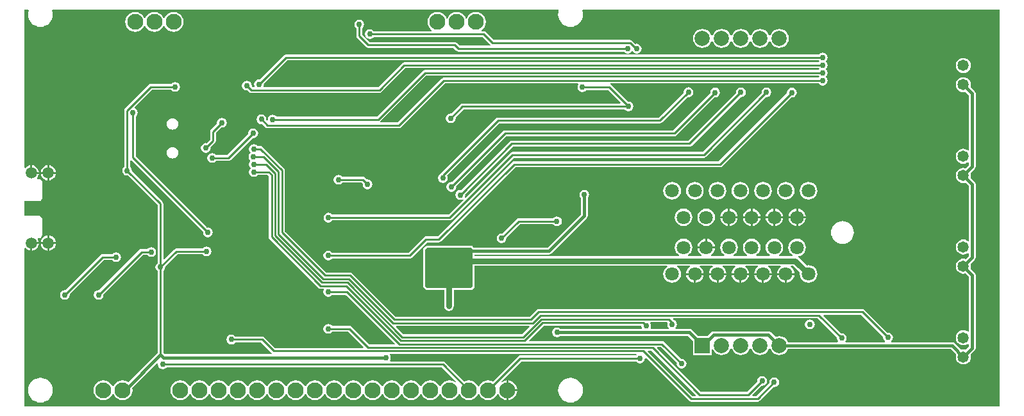
<source format=gbr>
%TF.GenerationSoftware,Altium Limited,Altium Designer,19.1.8 (144)*%
G04 Layer_Physical_Order=1*
G04 Layer_Color=255*
%FSLAX26Y26*%
%MOIN*%
%TF.FileFunction,Copper,L1,Top,Signal*%
%TF.Part,Single*%
G01*
G75*
%TA.AperFunction,Conductor*%
%ADD10C,0.010000*%
%ADD11C,0.015000*%
%ADD12C,0.030000*%
%TA.AperFunction,ComponentPad*%
%ADD13C,0.082677*%
%TA.AperFunction,ViaPad*%
%ADD14C,0.059055*%
%TA.AperFunction,ComponentPad*%
%ADD15C,0.070866*%
%ADD16C,0.078740*%
%ADD17R,0.078740X0.078740*%
%ADD18C,0.058268*%
%TA.AperFunction,ViaPad*%
%ADD19C,0.030000*%
G36*
X34512Y2079195D02*
X37491Y2075179D01*
X35219Y2067691D01*
X33981Y2055118D01*
X35219Y2042546D01*
X38887Y2030456D01*
X44842Y2019315D01*
X52856Y2009549D01*
X62622Y2001535D01*
X73763Y1995580D01*
X85853Y1991912D01*
X98425Y1990674D01*
X110998Y1991912D01*
X123087Y1995580D01*
X134228Y2001535D01*
X143994Y2009549D01*
X152008Y2019315D01*
X157964Y2030456D01*
X161631Y2042546D01*
X162869Y2055118D01*
X161631Y2067691D01*
X159359Y2075179D01*
X162338Y2079195D01*
X2790418Y2079195D01*
X2793396Y2075179D01*
X2791125Y2067691D01*
X2789887Y2055118D01*
X2791125Y2042546D01*
X2794792Y2030456D01*
X2800747Y2019315D01*
X2808762Y2009549D01*
X2818528Y2001535D01*
X2829669Y1995580D01*
X2841758Y1991912D01*
X2854331Y1990674D01*
X2866903Y1991912D01*
X2878992Y1995580D01*
X2890134Y2001535D01*
X2899900Y2009549D01*
X2907914Y2019315D01*
X2913869Y2030456D01*
X2917537Y2042546D01*
X2918775Y2055118D01*
X2917537Y2067691D01*
X2915265Y2075179D01*
X2918244Y2079195D01*
X5084706D01*
Y15293D01*
X15293Y15293D01*
Y837798D01*
X20293Y839496D01*
X22990Y835982D01*
X31247Y829646D01*
X40862Y825663D01*
X46181Y824963D01*
Y864173D01*
X51181D01*
Y869173D01*
X90391D01*
X89691Y874492D01*
X85708Y884107D01*
X84460Y885734D01*
X86672Y890218D01*
X92519D01*
X98372Y891383D01*
X103334Y894698D01*
X106649Y899660D01*
X107813Y905512D01*
Y990157D01*
X106649Y996010D01*
X103334Y1000971D01*
X98372Y1004287D01*
X92519Y1005451D01*
X15293D01*
Y1083132D01*
X92519D01*
X98372Y1084296D01*
X103334Y1087611D01*
X106649Y1092573D01*
X107813Y1098426D01*
Y1183070D01*
X106649Y1188923D01*
X103334Y1193885D01*
X98372Y1197200D01*
X92519Y1198364D01*
X82100D01*
X80325Y1203364D01*
X85708Y1210381D01*
X89691Y1219996D01*
X90391Y1225315D01*
X51181D01*
Y1230315D01*
X46181D01*
Y1269525D01*
X40862Y1268825D01*
X31247Y1264842D01*
X22990Y1258506D01*
X20293Y1254992D01*
X15293Y1256690D01*
Y2079195D01*
X34512D01*
D02*
G37*
%LPC*%
G36*
X2362205Y2067530D02*
X2348803Y2065765D01*
X2336314Y2060592D01*
X2325590Y2052363D01*
X2317360Y2041639D01*
X2314705Y2035227D01*
X2309705D01*
X2307049Y2041639D01*
X2298820Y2052363D01*
X2288095Y2060592D01*
X2275607Y2065765D01*
X2262205Y2067530D01*
X2248803Y2065765D01*
X2236314Y2060592D01*
X2225590Y2052363D01*
X2217360Y2041639D01*
X2214705Y2035227D01*
X2209705D01*
X2207049Y2041639D01*
X2198820Y2052363D01*
X2188095Y2060592D01*
X2175607Y2065765D01*
X2162205Y2067530D01*
X2148803Y2065765D01*
X2136314Y2060592D01*
X2125590Y2052363D01*
X2117360Y2041639D01*
X2112188Y2029150D01*
X2110423Y2015748D01*
X2112188Y2002346D01*
X2117360Y1989857D01*
X2125590Y1979133D01*
X2133517Y1973050D01*
X2131820Y1968050D01*
X1830872D01*
X1829048Y1970780D01*
X1820778Y1976305D01*
X1811024Y1978246D01*
X1801269Y1976305D01*
X1793000Y1970780D01*
X1787474Y1962511D01*
X1785534Y1952756D01*
X1787474Y1943002D01*
X1793000Y1934732D01*
X1801269Y1929207D01*
X1811024Y1927266D01*
X1820778Y1929207D01*
X1829048Y1934732D01*
X1830872Y1937462D01*
X2396667D01*
X2436970Y1897159D01*
X2435599Y1892785D01*
X2435123Y1892159D01*
X2277108D01*
X2261799Y1907468D01*
X2256837Y1910783D01*
X2250984Y1911947D01*
X1808500D01*
X1771199Y1949248D01*
Y1983105D01*
X1773930Y1984929D01*
X1779455Y1993198D01*
X1781395Y2002953D01*
X1779455Y2012707D01*
X1773930Y2020977D01*
X1765660Y2026502D01*
X1755906Y2028443D01*
X1746151Y2026502D01*
X1737882Y2020977D01*
X1732356Y2012707D01*
X1730416Y2002953D01*
X1732356Y1993198D01*
X1737882Y1984929D01*
X1740612Y1983105D01*
Y1942913D01*
X1741776Y1937061D01*
X1745091Y1932099D01*
X1791351Y1885839D01*
X1796313Y1882524D01*
X1802165Y1881360D01*
X2244649D01*
X2259959Y1866050D01*
X2264921Y1862735D01*
X2270773Y1861571D01*
X3131332D01*
X3133156Y1858841D01*
X3141426Y1853315D01*
X3151180Y1851375D01*
X3160935Y1853315D01*
X3169204Y1858841D01*
X3171993Y1863014D01*
X3178006D01*
X3180795Y1858841D01*
X3189064Y1853315D01*
X3198819Y1851375D01*
X3208573Y1853315D01*
X3216843Y1858841D01*
X3222369Y1867110D01*
X3224309Y1876865D01*
X3222369Y1886619D01*
X3216843Y1894889D01*
X3208573Y1900414D01*
X3198819Y1902355D01*
X3191251Y1900849D01*
X3174421Y1917679D01*
X3169459Y1920995D01*
X3163606Y1922159D01*
X2455228D01*
X2413816Y1963570D01*
X2408854Y1966886D01*
X2403002Y1968050D01*
X2392590D01*
X2390892Y1973050D01*
X2398820Y1979133D01*
X2407049Y1989857D01*
X2412222Y2002346D01*
X2413986Y2015748D01*
X2412222Y2029150D01*
X2407049Y2041639D01*
X2398820Y2052363D01*
X2388095Y2060592D01*
X2375607Y2065765D01*
X2362205Y2067530D01*
D02*
G37*
G36*
X790551D02*
X777149Y2065765D01*
X764660Y2060592D01*
X753936Y2052363D01*
X745707Y2041639D01*
X743051Y2035227D01*
X738051D01*
X735395Y2041639D01*
X727166Y2052363D01*
X716442Y2060592D01*
X703953Y2065765D01*
X690551Y2067530D01*
X677149Y2065765D01*
X664660Y2060592D01*
X653936Y2052363D01*
X645707Y2041639D01*
X643051Y2035227D01*
X638051D01*
X635395Y2041639D01*
X627166Y2052363D01*
X616442Y2060592D01*
X603953Y2065765D01*
X590551Y2067530D01*
X577149Y2065765D01*
X564660Y2060592D01*
X553936Y2052363D01*
X545707Y2041639D01*
X540534Y2029150D01*
X538770Y2015748D01*
X540534Y2002346D01*
X545707Y1989857D01*
X553936Y1979133D01*
X564660Y1970904D01*
X577149Y1965731D01*
X590551Y1963966D01*
X603953Y1965731D01*
X616442Y1970904D01*
X627166Y1979133D01*
X635395Y1989857D01*
X638051Y1996269D01*
X643051D01*
X645707Y1989857D01*
X653936Y1979133D01*
X664660Y1970904D01*
X677149Y1965731D01*
X690551Y1963966D01*
X703953Y1965731D01*
X716442Y1970904D01*
X727166Y1979133D01*
X735395Y1989857D01*
X738051Y1996269D01*
X743051D01*
X745707Y1989857D01*
X753936Y1979133D01*
X764660Y1970904D01*
X777149Y1965731D01*
X790551Y1963966D01*
X803953Y1965731D01*
X816442Y1970904D01*
X827166Y1979133D01*
X835395Y1989857D01*
X840568Y2002346D01*
X842333Y2015748D01*
X840568Y2029150D01*
X835395Y2041639D01*
X827166Y2052363D01*
X816442Y2060592D01*
X803953Y2065765D01*
X790551Y2067530D01*
D02*
G37*
G36*
X3940157Y1980229D02*
X3927269Y1978532D01*
X3915259Y1973558D01*
X3904946Y1965644D01*
X3897033Y1955331D01*
X3892863Y1945265D01*
X3887452D01*
X3883282Y1955331D01*
X3875369Y1965644D01*
X3865056Y1973558D01*
X3853046Y1978532D01*
X3840157Y1980229D01*
X3827269Y1978532D01*
X3815259Y1973558D01*
X3804946Y1965644D01*
X3797033Y1955331D01*
X3792863Y1945265D01*
X3787452D01*
X3783282Y1955331D01*
X3775369Y1965644D01*
X3765056Y1973558D01*
X3753046Y1978532D01*
X3740157Y1980229D01*
X3727269Y1978532D01*
X3715259Y1973558D01*
X3704946Y1965644D01*
X3697033Y1955331D01*
X3692863Y1945265D01*
X3687452D01*
X3683282Y1955331D01*
X3675369Y1965644D01*
X3665056Y1973558D01*
X3653046Y1978532D01*
X3640157Y1980229D01*
X3627269Y1978532D01*
X3615259Y1973558D01*
X3604946Y1965644D01*
X3597033Y1955331D01*
X3592863Y1945265D01*
X3587452D01*
X3583282Y1955331D01*
X3575369Y1965644D01*
X3565056Y1973558D01*
X3553046Y1978532D01*
X3540157Y1980229D01*
X3527269Y1978532D01*
X3515259Y1973558D01*
X3504946Y1965644D01*
X3497033Y1955331D01*
X3492058Y1943321D01*
X3490361Y1930433D01*
X3492058Y1917545D01*
X3497033Y1905535D01*
X3504946Y1895222D01*
X3515259Y1887308D01*
X3527269Y1882334D01*
X3540157Y1880637D01*
X3553046Y1882334D01*
X3565056Y1887308D01*
X3575369Y1895222D01*
X3583282Y1905535D01*
X3587452Y1915601D01*
X3592863D01*
X3597033Y1905535D01*
X3604946Y1895222D01*
X3615259Y1887308D01*
X3627269Y1882334D01*
X3640157Y1880637D01*
X3653046Y1882334D01*
X3665056Y1887308D01*
X3675369Y1895222D01*
X3683282Y1905535D01*
X3687452Y1915601D01*
X3692863D01*
X3697033Y1905535D01*
X3704946Y1895222D01*
X3715259Y1887308D01*
X3727269Y1882334D01*
X3740157Y1880637D01*
X3753046Y1882334D01*
X3765056Y1887308D01*
X3775369Y1895222D01*
X3783282Y1905535D01*
X3787452Y1915601D01*
X3792863D01*
X3797033Y1905535D01*
X3804946Y1895222D01*
X3815259Y1887308D01*
X3827269Y1882334D01*
X3840157Y1880637D01*
X3853046Y1882334D01*
X3865056Y1887308D01*
X3875369Y1895222D01*
X3883282Y1905535D01*
X3887452Y1915601D01*
X3892863D01*
X3897033Y1905535D01*
X3904946Y1895222D01*
X3915259Y1887308D01*
X3927269Y1882334D01*
X3940157Y1880637D01*
X3953046Y1882334D01*
X3965056Y1887308D01*
X3975369Y1895222D01*
X3983282Y1905535D01*
X3988257Y1917545D01*
X3989954Y1930433D01*
X3988257Y1943321D01*
X3983282Y1955331D01*
X3975369Y1965644D01*
X3965056Y1973558D01*
X3953046Y1978532D01*
X3940157Y1980229D01*
D02*
G37*
G36*
X4896614Y1828409D02*
X4886398Y1827063D01*
X4876878Y1823120D01*
X4868704Y1816848D01*
X4862431Y1808673D01*
X4858488Y1799153D01*
X4857143Y1788937D01*
X4858488Y1778721D01*
X4862431Y1769201D01*
X4868704Y1761026D01*
X4876878Y1754754D01*
X4886398Y1750811D01*
X4896614Y1749466D01*
X4906830Y1750811D01*
X4916350Y1754754D01*
X4924525Y1761026D01*
X4930797Y1769201D01*
X4934741Y1778721D01*
X4936086Y1788937D01*
X4934741Y1799153D01*
X4930797Y1808673D01*
X4924525Y1816848D01*
X4916350Y1823120D01*
X4906830Y1827063D01*
X4896614Y1828409D01*
D02*
G37*
G36*
X4165354Y1856159D02*
X4155600Y1854219D01*
X4147330Y1848693D01*
X4145506Y1845963D01*
X1373976D01*
X1368124Y1844799D01*
X1363162Y1841484D01*
X1238457Y1716778D01*
X1235236Y1717419D01*
X1225482Y1715479D01*
X1217212Y1709953D01*
X1211687Y1701684D01*
X1209746Y1691929D01*
X1211687Y1682175D01*
X1212049Y1681633D01*
X1209692Y1677223D01*
X1201689D01*
X1197093Y1681819D01*
X1197734Y1685039D01*
X1195794Y1694794D01*
X1190268Y1703063D01*
X1181999Y1708589D01*
X1172244Y1710529D01*
X1162490Y1708589D01*
X1154220Y1703063D01*
X1148695Y1694794D01*
X1146754Y1685039D01*
X1148695Y1675285D01*
X1154220Y1667015D01*
X1162490Y1661490D01*
X1172244Y1659550D01*
X1175465Y1660190D01*
X1184540Y1651115D01*
X1189502Y1647799D01*
X1195354Y1646635D01*
X1860748D01*
X1866601Y1647799D01*
X1871562Y1651115D01*
X1995823Y1775375D01*
X4145506D01*
X4147330Y1772645D01*
Y1770208D01*
X4143461Y1765963D01*
X2097126D01*
X2091273Y1764799D01*
X2086312Y1761484D01*
X1847996Y1523168D01*
X1325951D01*
X1324126Y1525898D01*
X1315857Y1531424D01*
X1306102Y1533364D01*
X1296348Y1531424D01*
X1288078Y1525898D01*
X1282553Y1517629D01*
X1280613Y1507874D01*
X1281332Y1504258D01*
X1276724Y1501795D01*
X1272881Y1505638D01*
X1273521Y1508858D01*
X1271581Y1518613D01*
X1266055Y1526882D01*
X1257786Y1532408D01*
X1248032Y1534348D01*
X1238277Y1532408D01*
X1230007Y1526882D01*
X1224482Y1518613D01*
X1222542Y1508858D01*
X1224482Y1499104D01*
X1230007Y1490834D01*
X1238277Y1485309D01*
X1248032Y1483369D01*
X1251252Y1484009D01*
X1268201Y1467060D01*
X1273163Y1463744D01*
X1279016Y1462580D01*
X1963007D01*
X1968859Y1463744D01*
X1973821Y1467060D01*
X2202137Y1695375D01*
X2893083D01*
X2895756Y1690375D01*
X2892789Y1685936D01*
X2890849Y1676181D01*
X2892789Y1666427D01*
X2898315Y1658157D01*
X2906584Y1652632D01*
X2916339Y1650691D01*
X2926093Y1652632D01*
X2934363Y1658157D01*
X2936187Y1660887D01*
X3049768D01*
X3114954Y1595701D01*
X3113041Y1591081D01*
X2293307D01*
X2287454Y1589917D01*
X2282493Y1586602D01*
X2235504Y1539613D01*
X2232284Y1540254D01*
X2222529Y1538313D01*
X2214260Y1532788D01*
X2208734Y1524518D01*
X2206794Y1514764D01*
X2208734Y1505009D01*
X2214260Y1496740D01*
X2222529Y1491214D01*
X2232284Y1489274D01*
X2242038Y1491214D01*
X2250307Y1496740D01*
X2255833Y1505009D01*
X2257773Y1514764D01*
X2257133Y1517984D01*
X2299642Y1560494D01*
X3136648D01*
X3138472Y1557764D01*
X3146742Y1552238D01*
X3156496Y1550298D01*
X3166251Y1552238D01*
X3174520Y1557764D01*
X3180046Y1566033D01*
X3181986Y1575787D01*
X3180046Y1585542D01*
X3174520Y1593812D01*
X3166251Y1599337D01*
X3156496Y1601277D01*
X3153276Y1600637D01*
X3066917Y1686996D01*
X3061955Y1690311D01*
X3061631Y1690375D01*
X3062124Y1695375D01*
X4145506D01*
X4147330Y1692645D01*
X4155600Y1687120D01*
X4165354Y1685179D01*
X4175109Y1687120D01*
X4183378Y1692645D01*
X4188904Y1700915D01*
X4190844Y1710669D01*
X4188904Y1720424D01*
X4183378Y1728693D01*
Y1732645D01*
X4188904Y1740915D01*
X4190844Y1750669D01*
X4188904Y1760424D01*
X4183378Y1768693D01*
Y1772645D01*
X4188904Y1780915D01*
X4190844Y1790669D01*
X4188904Y1800424D01*
X4183378Y1808693D01*
Y1812645D01*
X4188904Y1820915D01*
X4190844Y1830669D01*
X4188904Y1840424D01*
X4183378Y1848693D01*
X4175109Y1854219D01*
X4165354Y1856159D01*
D02*
G37*
G36*
X4896614Y1728409D02*
X4886398Y1727063D01*
X4876878Y1723120D01*
X4868704Y1716848D01*
X4862431Y1708673D01*
X4858488Y1699153D01*
X4857143Y1688937D01*
X4858488Y1678721D01*
X4862431Y1669201D01*
X4868704Y1661026D01*
X4876878Y1654754D01*
X4886398Y1650811D01*
X4896614Y1649466D01*
X4906830Y1650811D01*
X4908723Y1651594D01*
X4925405Y1634912D01*
Y1350034D01*
X4920405Y1347568D01*
X4916350Y1350679D01*
X4906830Y1354623D01*
X4896614Y1355968D01*
X4886398Y1354623D01*
X4876878Y1350679D01*
X4868704Y1344407D01*
X4862431Y1336232D01*
X4858488Y1326712D01*
X4857143Y1316496D01*
X4858488Y1306280D01*
X4862431Y1296760D01*
X4868704Y1288585D01*
X4876878Y1282313D01*
X4886398Y1278370D01*
X4896614Y1277025D01*
X4906830Y1278370D01*
X4916350Y1282313D01*
X4920405Y1285425D01*
X4925405Y1282959D01*
Y1270521D01*
X4908723Y1253839D01*
X4906830Y1254623D01*
X4896614Y1255968D01*
X4886398Y1254623D01*
X4876878Y1250679D01*
X4868704Y1244407D01*
X4862431Y1236232D01*
X4858488Y1226712D01*
X4857143Y1216496D01*
X4858488Y1206280D01*
X4862431Y1196760D01*
X4868704Y1188585D01*
X4876878Y1182313D01*
X4886398Y1178370D01*
X4896614Y1177025D01*
X4906830Y1178370D01*
X4908723Y1179154D01*
X4925405Y1162471D01*
Y877592D01*
X4920405Y875127D01*
X4916350Y878238D01*
X4906830Y882182D01*
X4896614Y883527D01*
X4886398Y882182D01*
X4876878Y878238D01*
X4868704Y871966D01*
X4862431Y863791D01*
X4858488Y854271D01*
X4857143Y844055D01*
X4858488Y833839D01*
X4862431Y824319D01*
X4868704Y816144D01*
X4876878Y809872D01*
X4886398Y805929D01*
X4896614Y804584D01*
X4906830Y805929D01*
X4916350Y809872D01*
X4920405Y812984D01*
X4925405Y810518D01*
Y798080D01*
X4908723Y781398D01*
X4906830Y782182D01*
X4896614Y783527D01*
X4886398Y782182D01*
X4876878Y778238D01*
X4868704Y771966D01*
X4862431Y763791D01*
X4858488Y754271D01*
X4857143Y744055D01*
X4858488Y733839D01*
X4862431Y724319D01*
X4868704Y716144D01*
X4876878Y709872D01*
X4886398Y705929D01*
X4896614Y704584D01*
X4906830Y705929D01*
X4908723Y706713D01*
X4925405Y690030D01*
Y405152D01*
X4920405Y402686D01*
X4916350Y405798D01*
X4906830Y409741D01*
X4896614Y411086D01*
X4886398Y409741D01*
X4876878Y405798D01*
X4868704Y399525D01*
X4862431Y391350D01*
X4858488Y381830D01*
X4857143Y371614D01*
X4858488Y361398D01*
X4862431Y351878D01*
X4868704Y343704D01*
X4876878Y337431D01*
X4886398Y333488D01*
X4896614Y332143D01*
X4906830Y333488D01*
X4916350Y337431D01*
X4920405Y340543D01*
X4925405Y338077D01*
Y325639D01*
X4908723Y308957D01*
X4906830Y309741D01*
X4896614Y311086D01*
X4886398Y309741D01*
X4884505Y308957D01*
X4850412Y343050D01*
X4844623Y346918D01*
X4837795Y348276D01*
X4521872D01*
X4520355Y353276D01*
X4522946Y355007D01*
X4528471Y363276D01*
X4530412Y373031D01*
X4528471Y382785D01*
X4522946Y391055D01*
X4514676Y396580D01*
X4504922Y398521D01*
X4501702Y397880D01*
X4382578Y517003D01*
X4377617Y520319D01*
X4371764Y521483D01*
X2689664D01*
X2683811Y520319D01*
X2678850Y517003D01*
X2643202Y481356D01*
X1945246D01*
X1720055Y706547D01*
X1715093Y709862D01*
X1709241Y711026D01*
X1583820D01*
X1369625Y925222D01*
Y1242840D01*
X1368460Y1248693D01*
X1365145Y1253654D01*
X1253268Y1365531D01*
X1248307Y1368846D01*
X1242454Y1370011D01*
X1228510D01*
X1226685Y1372741D01*
X1218416Y1378266D01*
X1208661Y1380206D01*
X1198907Y1378266D01*
X1190637Y1372741D01*
X1185112Y1364471D01*
X1183172Y1354717D01*
X1185112Y1344962D01*
X1190637Y1336693D01*
X1188008Y1332436D01*
X1182686Y1324471D01*
X1180745Y1314717D01*
X1182686Y1304962D01*
X1188008Y1296997D01*
X1188229Y1296639D01*
X1188936Y1290195D01*
X1185112Y1284471D01*
X1183172Y1274717D01*
X1185112Y1264962D01*
X1190637Y1256693D01*
Y1252741D01*
X1185112Y1244471D01*
X1183172Y1234717D01*
X1185112Y1224962D01*
X1190637Y1216693D01*
X1198907Y1211167D01*
X1208661Y1209227D01*
X1218416Y1211167D01*
X1226685Y1216693D01*
X1228510Y1219423D01*
X1279752D01*
X1285037Y1214138D01*
Y896520D01*
X1286201Y890667D01*
X1289516Y885705D01*
X1544304Y630918D01*
X1549265Y627603D01*
X1555118Y626438D01*
X1570928D01*
X1573285Y622029D01*
X1571923Y619991D01*
X1569983Y610236D01*
X1571923Y600482D01*
X1577448Y592212D01*
X1585718Y586687D01*
X1595472Y584746D01*
X1605227Y586687D01*
X1613496Y592212D01*
X1615321Y594942D01*
X1686579D01*
X1941080Y340441D01*
X1939166Y335822D01*
X1807855D01*
X1714503Y429173D01*
X1709542Y432488D01*
X1703689Y433652D01*
X1615372D01*
X1613548Y436382D01*
X1605278Y441908D01*
X1595524Y443848D01*
X1585769Y441908D01*
X1577500Y436382D01*
X1571974Y428113D01*
X1570034Y418358D01*
X1571974Y408604D01*
X1577500Y400334D01*
X1585769Y394809D01*
X1595524Y392868D01*
X1605278Y394809D01*
X1613548Y400334D01*
X1615372Y403064D01*
X1697354D01*
X1777978Y322441D01*
X1776064Y317822D01*
X1317980D01*
X1262783Y373019D01*
X1257821Y376334D01*
X1251968Y377499D01*
X1110399D01*
X1108575Y380229D01*
X1100306Y385754D01*
X1090551Y387695D01*
X1080797Y385754D01*
X1072527Y380229D01*
X1067002Y371959D01*
X1065061Y362205D01*
X1067002Y352450D01*
X1072527Y344181D01*
X1080797Y338655D01*
X1090551Y336715D01*
X1100306Y338655D01*
X1108575Y344181D01*
X1110399Y346911D01*
X1245634D01*
X1300831Y291713D01*
X1302558Y290559D01*
X1301041Y285559D01*
X744399D01*
X737538Y292420D01*
Y718833D01*
X740268Y720657D01*
X745794Y728927D01*
X747734Y738681D01*
X747093Y741902D01*
X810764Y805572D01*
X942750D01*
X944574Y802842D01*
X952844Y797317D01*
X962598Y795376D01*
X972353Y797317D01*
X980622Y802842D01*
X986148Y811112D01*
X988088Y820866D01*
X986148Y830621D01*
X980622Y838890D01*
X972353Y844416D01*
X962598Y846356D01*
X952844Y844416D01*
X944574Y838890D01*
X942750Y836160D01*
X804429D01*
X798577Y834996D01*
X793615Y831681D01*
X742158Y780223D01*
X737538Y782137D01*
Y1069411D01*
X736374Y1075264D01*
X733059Y1080226D01*
X574574Y1238711D01*
X575214Y1241931D01*
X573274Y1251686D01*
X567748Y1259955D01*
X565018Y1261779D01*
Y1296270D01*
X565645Y1296746D01*
X570018Y1298117D01*
X944639Y923496D01*
X943998Y920276D01*
X945939Y910521D01*
X951464Y902252D01*
X959734Y896726D01*
X969488Y894786D01*
X979243Y896726D01*
X987512Y902252D01*
X993038Y910521D01*
X994978Y920276D01*
X993038Y930030D01*
X987512Y938300D01*
X979243Y943825D01*
X969488Y945765D01*
X966268Y945125D01*
X595018Y1316374D01*
Y1522475D01*
X597748Y1524299D01*
X603274Y1532568D01*
X605214Y1542323D01*
X603274Y1552077D01*
X597748Y1560347D01*
X589479Y1565872D01*
X588840Y1565999D01*
X587388Y1570784D01*
X679460Y1662856D01*
X779364D01*
X781189Y1660126D01*
X789458Y1654600D01*
X799213Y1652660D01*
X808967Y1654600D01*
X817237Y1660126D01*
X822762Y1668395D01*
X824702Y1678150D01*
X822762Y1687904D01*
X817237Y1696174D01*
X808967Y1701699D01*
X799213Y1703639D01*
X789458Y1701699D01*
X781189Y1696174D01*
X779364Y1693444D01*
X673125D01*
X667272Y1692279D01*
X662310Y1688964D01*
X538910Y1565564D01*
X535595Y1560602D01*
X534431Y1554749D01*
Y1261779D01*
X531700Y1259955D01*
X526175Y1251686D01*
X524235Y1241931D01*
X526175Y1232177D01*
X531700Y1223907D01*
X539970Y1218382D01*
X549724Y1216441D01*
X552945Y1217082D01*
X706950Y1063076D01*
Y758529D01*
X704220Y756705D01*
X698695Y748436D01*
X696755Y738681D01*
X698695Y728927D01*
X704220Y720657D01*
X706950Y718833D01*
Y292420D01*
X555398Y140868D01*
X552269Y143269D01*
X539780Y148442D01*
X526378Y150207D01*
X512976Y148442D01*
X500487Y143269D01*
X489763Y135040D01*
X481534Y124316D01*
X478878Y117904D01*
X473878D01*
X471222Y124316D01*
X462993Y135040D01*
X452269Y143269D01*
X439780Y148442D01*
X426378Y150207D01*
X412976Y148442D01*
X400487Y143269D01*
X389763Y135040D01*
X381534Y124316D01*
X376361Y111827D01*
X374596Y98425D01*
X376361Y85023D01*
X381534Y72534D01*
X389763Y61810D01*
X400487Y53581D01*
X412976Y48408D01*
X426378Y46644D01*
X439780Y48408D01*
X452269Y53581D01*
X462993Y61810D01*
X471222Y72534D01*
X473878Y78946D01*
X478878D01*
X481534Y72534D01*
X489763Y61810D01*
X500487Y53581D01*
X512976Y48408D01*
X526378Y46644D01*
X539780Y48408D01*
X552269Y53581D01*
X562993Y61810D01*
X571222Y72534D01*
X576395Y85023D01*
X578160Y98425D01*
X576445Y111448D01*
X705005Y240007D01*
X709613Y237544D01*
X708762Y233268D01*
X710702Y223513D01*
X716228Y215244D01*
X724497Y209718D01*
X734252Y207778D01*
X744006Y209718D01*
X752276Y215244D01*
X754100Y217974D01*
X2185201D01*
X2258001Y145173D01*
X2254698Y141406D01*
X2252269Y143269D01*
X2239780Y148442D01*
X2226378Y150207D01*
X2212976Y148442D01*
X2200487Y143269D01*
X2189763Y135040D01*
X2181534Y124316D01*
X2178878Y117904D01*
X2173878D01*
X2171222Y124316D01*
X2162993Y135040D01*
X2152269Y143269D01*
X2139780Y148442D01*
X2126378Y150207D01*
X2112976Y148442D01*
X2100487Y143269D01*
X2089763Y135040D01*
X2081534Y124316D01*
X2078878Y117904D01*
X2073878D01*
X2071222Y124316D01*
X2062993Y135040D01*
X2052269Y143269D01*
X2039780Y148442D01*
X2026378Y150207D01*
X2012976Y148442D01*
X2000487Y143269D01*
X1989763Y135040D01*
X1981534Y124316D01*
X1978878Y117904D01*
X1973878D01*
X1971222Y124316D01*
X1962993Y135040D01*
X1952269Y143269D01*
X1939780Y148442D01*
X1926378Y150207D01*
X1912976Y148442D01*
X1900487Y143269D01*
X1889763Y135040D01*
X1881534Y124316D01*
X1878878Y117904D01*
X1873878D01*
X1871222Y124316D01*
X1862993Y135040D01*
X1852269Y143269D01*
X1839780Y148442D01*
X1826378Y150207D01*
X1812976Y148442D01*
X1800487Y143269D01*
X1789763Y135040D01*
X1781534Y124316D01*
X1778878Y117904D01*
X1773878D01*
X1771222Y124316D01*
X1762993Y135040D01*
X1752269Y143269D01*
X1739780Y148442D01*
X1726378Y150207D01*
X1712976Y148442D01*
X1700487Y143269D01*
X1689763Y135040D01*
X1681534Y124316D01*
X1678878Y117904D01*
X1673878D01*
X1671222Y124316D01*
X1662993Y135040D01*
X1652269Y143269D01*
X1639780Y148442D01*
X1626378Y150207D01*
X1612976Y148442D01*
X1600487Y143269D01*
X1589763Y135040D01*
X1581534Y124316D01*
X1578878Y117904D01*
X1573878D01*
X1571222Y124316D01*
X1562993Y135040D01*
X1552269Y143269D01*
X1539780Y148442D01*
X1526378Y150207D01*
X1512976Y148442D01*
X1500487Y143269D01*
X1489763Y135040D01*
X1481534Y124316D01*
X1478878Y117904D01*
X1473878D01*
X1471222Y124316D01*
X1462993Y135040D01*
X1452269Y143269D01*
X1439780Y148442D01*
X1426378Y150207D01*
X1412976Y148442D01*
X1400487Y143269D01*
X1389763Y135040D01*
X1381534Y124316D01*
X1378878Y117904D01*
X1373878D01*
X1371222Y124316D01*
X1362993Y135040D01*
X1352269Y143269D01*
X1339780Y148442D01*
X1326378Y150207D01*
X1312976Y148442D01*
X1300487Y143269D01*
X1289763Y135040D01*
X1281534Y124316D01*
X1278878Y117904D01*
X1273878D01*
X1271222Y124316D01*
X1262993Y135040D01*
X1252269Y143269D01*
X1239780Y148442D01*
X1226378Y150207D01*
X1212976Y148442D01*
X1200487Y143269D01*
X1189763Y135040D01*
X1181534Y124316D01*
X1178878Y117904D01*
X1173878D01*
X1171222Y124316D01*
X1162993Y135040D01*
X1152269Y143269D01*
X1139780Y148442D01*
X1126378Y150207D01*
X1112976Y148442D01*
X1100487Y143269D01*
X1089763Y135040D01*
X1081534Y124316D01*
X1078878Y117904D01*
X1073878D01*
X1071222Y124316D01*
X1062993Y135040D01*
X1052269Y143269D01*
X1039780Y148442D01*
X1026378Y150207D01*
X1012976Y148442D01*
X1000487Y143269D01*
X989763Y135040D01*
X981534Y124316D01*
X978878Y117904D01*
X973878D01*
X971222Y124316D01*
X962993Y135040D01*
X952269Y143269D01*
X939780Y148442D01*
X926378Y150207D01*
X912976Y148442D01*
X900487Y143269D01*
X889763Y135040D01*
X881534Y124316D01*
X878878Y117904D01*
X873878D01*
X871222Y124316D01*
X862993Y135040D01*
X852269Y143269D01*
X839780Y148442D01*
X826378Y150207D01*
X812976Y148442D01*
X800487Y143269D01*
X789763Y135040D01*
X781534Y124316D01*
X776361Y111827D01*
X774596Y98425D01*
X776361Y85023D01*
X781534Y72534D01*
X789763Y61810D01*
X800487Y53581D01*
X812976Y48408D01*
X826378Y46644D01*
X839780Y48408D01*
X852269Y53581D01*
X862993Y61810D01*
X871222Y72534D01*
X873878Y78946D01*
X878878D01*
X881534Y72534D01*
X889763Y61810D01*
X900487Y53581D01*
X912976Y48408D01*
X926378Y46644D01*
X939780Y48408D01*
X952269Y53581D01*
X962993Y61810D01*
X971222Y72534D01*
X973878Y78946D01*
X978878D01*
X981534Y72534D01*
X989763Y61810D01*
X1000487Y53581D01*
X1012976Y48408D01*
X1026378Y46644D01*
X1039780Y48408D01*
X1052269Y53581D01*
X1062993Y61810D01*
X1071222Y72534D01*
X1073878Y78946D01*
X1078878D01*
X1081534Y72534D01*
X1089763Y61810D01*
X1100487Y53581D01*
X1112976Y48408D01*
X1126378Y46644D01*
X1139780Y48408D01*
X1152269Y53581D01*
X1162993Y61810D01*
X1171222Y72534D01*
X1173878Y78946D01*
X1178878D01*
X1181534Y72534D01*
X1189763Y61810D01*
X1200487Y53581D01*
X1212976Y48408D01*
X1226378Y46644D01*
X1239780Y48408D01*
X1252269Y53581D01*
X1262993Y61810D01*
X1271222Y72534D01*
X1273878Y78946D01*
X1278878D01*
X1281534Y72534D01*
X1289763Y61810D01*
X1300487Y53581D01*
X1312976Y48408D01*
X1326378Y46644D01*
X1339780Y48408D01*
X1352269Y53581D01*
X1362993Y61810D01*
X1371222Y72534D01*
X1373878Y78946D01*
X1378878D01*
X1381534Y72534D01*
X1389763Y61810D01*
X1400487Y53581D01*
X1412976Y48408D01*
X1426378Y46644D01*
X1439780Y48408D01*
X1452269Y53581D01*
X1462993Y61810D01*
X1471222Y72534D01*
X1473878Y78946D01*
X1478878D01*
X1481534Y72534D01*
X1489763Y61810D01*
X1500487Y53581D01*
X1512976Y48408D01*
X1526378Y46644D01*
X1539780Y48408D01*
X1552269Y53581D01*
X1562993Y61810D01*
X1571222Y72534D01*
X1573878Y78946D01*
X1578878D01*
X1581534Y72534D01*
X1589763Y61810D01*
X1600487Y53581D01*
X1612976Y48408D01*
X1626378Y46644D01*
X1639780Y48408D01*
X1652269Y53581D01*
X1662993Y61810D01*
X1671222Y72534D01*
X1673878Y78946D01*
X1678878D01*
X1681534Y72534D01*
X1689763Y61810D01*
X1700487Y53581D01*
X1712976Y48408D01*
X1726378Y46644D01*
X1739780Y48408D01*
X1752269Y53581D01*
X1762993Y61810D01*
X1771222Y72534D01*
X1773878Y78946D01*
X1778878D01*
X1781534Y72534D01*
X1789763Y61810D01*
X1800487Y53581D01*
X1812976Y48408D01*
X1826378Y46644D01*
X1839780Y48408D01*
X1852269Y53581D01*
X1862993Y61810D01*
X1871222Y72534D01*
X1873878Y78946D01*
X1878878D01*
X1881534Y72534D01*
X1889763Y61810D01*
X1900487Y53581D01*
X1912976Y48408D01*
X1926378Y46644D01*
X1939780Y48408D01*
X1952269Y53581D01*
X1962993Y61810D01*
X1971222Y72534D01*
X1973878Y78946D01*
X1978878D01*
X1981534Y72534D01*
X1989763Y61810D01*
X2000487Y53581D01*
X2012976Y48408D01*
X2026378Y46644D01*
X2039780Y48408D01*
X2052269Y53581D01*
X2062993Y61810D01*
X2071222Y72534D01*
X2073878Y78946D01*
X2078878D01*
X2081534Y72534D01*
X2089763Y61810D01*
X2100487Y53581D01*
X2112976Y48408D01*
X2126378Y46644D01*
X2139780Y48408D01*
X2152269Y53581D01*
X2162993Y61810D01*
X2171222Y72534D01*
X2173878Y78946D01*
X2178878D01*
X2181534Y72534D01*
X2189763Y61810D01*
X2200487Y53581D01*
X2212976Y48408D01*
X2226378Y46644D01*
X2239780Y48408D01*
X2252269Y53581D01*
X2262993Y61810D01*
X2271222Y72534D01*
X2273878Y78946D01*
X2278878D01*
X2281534Y72534D01*
X2289763Y61810D01*
X2300487Y53581D01*
X2312976Y48408D01*
X2326378Y46644D01*
X2339780Y48408D01*
X2352269Y53581D01*
X2362993Y61810D01*
X2371222Y72534D01*
X2373878Y78946D01*
X2378878D01*
X2381534Y72534D01*
X2389763Y61810D01*
X2400487Y53581D01*
X2412976Y48408D01*
X2426378Y46644D01*
X2439780Y48408D01*
X2452269Y53581D01*
X2462993Y61810D01*
X2471222Y72534D01*
X2473878Y78946D01*
X2478878D01*
X2481534Y72534D01*
X2489763Y61810D01*
X2500487Y53581D01*
X2512976Y48408D01*
X2521378Y47302D01*
Y98425D01*
Y149548D01*
X2512976Y148442D01*
X2500487Y143269D01*
X2498058Y141406D01*
X2494755Y145173D01*
X2598067Y248486D01*
X3195979D01*
X3197804Y245756D01*
X3206073Y240230D01*
X3215828Y238290D01*
X3225582Y240230D01*
X3233852Y245756D01*
X3239377Y254025D01*
X3241318Y263779D01*
X3241138Y264680D01*
X3245548Y267037D01*
X3470249Y42335D01*
X3475211Y39020D01*
X3481064Y37856D01*
X3827244D01*
X3833097Y39020D01*
X3838059Y42335D01*
X3910165Y114442D01*
X3913386Y113802D01*
X3923140Y115742D01*
X3931410Y121267D01*
X3936935Y129537D01*
X3938876Y139291D01*
X3936935Y149046D01*
X3931410Y157315D01*
X3923140Y162841D01*
X3913386Y164781D01*
X3903631Y162841D01*
X3895362Y157315D01*
X3889836Y149046D01*
X3887896Y139291D01*
X3888537Y136071D01*
X3820909Y68444D01*
X3801330D01*
X3799416Y73063D01*
X3847173Y120820D01*
X3850394Y120180D01*
X3860148Y122120D01*
X3868418Y127645D01*
X3873943Y135915D01*
X3875883Y145669D01*
X3873943Y155424D01*
X3868418Y163693D01*
X3860148Y169219D01*
X3850394Y171159D01*
X3840639Y169219D01*
X3832370Y163693D01*
X3826844Y155424D01*
X3824904Y145669D01*
X3825544Y142449D01*
X3773193Y90097D01*
X3532675D01*
X3304157Y318614D01*
X3306071Y323234D01*
X3323209D01*
X3407002Y239441D01*
X3406362Y236220D01*
X3408302Y226466D01*
X3413827Y218196D01*
X3422097Y212671D01*
X3431851Y210731D01*
X3441606Y212671D01*
X3449875Y218196D01*
X3455401Y226466D01*
X3457341Y236220D01*
X3455401Y245975D01*
X3449875Y254244D01*
X3441606Y259770D01*
X3431851Y261710D01*
X3428631Y261070D01*
X3340359Y349342D01*
X3335397Y352657D01*
X3329544Y353822D01*
X2641826D01*
X2639912Y358441D01*
X2714996Y433525D01*
X3222169D01*
X3222542Y433071D01*
X3224482Y423316D01*
X3225456Y421859D01*
X3223099Y417449D01*
X2802436D01*
X2802315Y417630D01*
X2794046Y423156D01*
X2784291Y425096D01*
X2774537Y423156D01*
X2766267Y417630D01*
X2760742Y409361D01*
X2758802Y399606D01*
X2760742Y389852D01*
X2766267Y381582D01*
X2774537Y376057D01*
X2784291Y374117D01*
X2794046Y376057D01*
X2802315Y381582D01*
X2802436Y381764D01*
X3463593D01*
X3490787Y354570D01*
Y281063D01*
X3589528D01*
Y310589D01*
X3594528Y311583D01*
X3597033Y305535D01*
X3604946Y295222D01*
X3615259Y287308D01*
X3627269Y282334D01*
X3640157Y280637D01*
X3653046Y282334D01*
X3665056Y287308D01*
X3675369Y295222D01*
X3683282Y305535D01*
X3687452Y315601D01*
X3692863D01*
X3697033Y305535D01*
X3704946Y295222D01*
X3715259Y287308D01*
X3727269Y282334D01*
X3740157Y280637D01*
X3753046Y282334D01*
X3765056Y287308D01*
X3775369Y295222D01*
X3783282Y305535D01*
X3787452Y315601D01*
X3792863D01*
X3797033Y305535D01*
X3804946Y295222D01*
X3815259Y287308D01*
X3827269Y282334D01*
X3840157Y280637D01*
X3853046Y282334D01*
X3865056Y287308D01*
X3875369Y295222D01*
X3883282Y305535D01*
X3887452Y315601D01*
X3892863D01*
X3897033Y305535D01*
X3904946Y295222D01*
X3915259Y287308D01*
X3927269Y282334D01*
X3940157Y280637D01*
X3953046Y282334D01*
X3965056Y287308D01*
X3975369Y295222D01*
X3983282Y305535D01*
X3986205Y312590D01*
X4830404D01*
X4859272Y283723D01*
X4858488Y281830D01*
X4857143Y271614D01*
X4858488Y261398D01*
X4862431Y251878D01*
X4868704Y243704D01*
X4876878Y237431D01*
X4886398Y233488D01*
X4896614Y232143D01*
X4906830Y233488D01*
X4916350Y237431D01*
X4924525Y243704D01*
X4930797Y251878D01*
X4934741Y261398D01*
X4936086Y271614D01*
X4934741Y281830D01*
X4933957Y283723D01*
X4955865Y305631D01*
X4959733Y311420D01*
X4961091Y318248D01*
X4961091Y318249D01*
Y697421D01*
X4961091Y697421D01*
X4959733Y704249D01*
X4955865Y710038D01*
X4933957Y731946D01*
X4934741Y733839D01*
X4936086Y744055D01*
X4934741Y754271D01*
X4933957Y756164D01*
X4955865Y778072D01*
X4959733Y783861D01*
X4961091Y790689D01*
X4961091Y790689D01*
Y1169862D01*
X4961091Y1169862D01*
X4959733Y1176690D01*
X4955865Y1182479D01*
X4933957Y1204387D01*
X4934741Y1206280D01*
X4936086Y1216496D01*
X4934741Y1226712D01*
X4933957Y1228605D01*
X4955865Y1250513D01*
X4959733Y1256302D01*
X4961091Y1263130D01*
X4961091Y1263130D01*
Y1642303D01*
X4961091Y1642303D01*
X4959733Y1649131D01*
X4955865Y1654920D01*
X4933957Y1676828D01*
X4934741Y1678721D01*
X4936086Y1688937D01*
X4934741Y1699153D01*
X4930797Y1708673D01*
X4924525Y1716848D01*
X4916350Y1723120D01*
X4906830Y1727063D01*
X4896614Y1728409D01*
D02*
G37*
G36*
X3467520Y1676080D02*
X3457765Y1674140D01*
X3449496Y1668614D01*
X3443970Y1660345D01*
X3442030Y1650591D01*
X3442671Y1647370D01*
X3313547Y1518247D01*
X2476924D01*
X2471071Y1517082D01*
X2466110Y1513767D01*
X2180131Y1227788D01*
X2177486Y1223830D01*
X2172921Y1220780D01*
X2167396Y1212510D01*
X2165455Y1202756D01*
X2167396Y1193001D01*
X2172921Y1184732D01*
X2181191Y1179206D01*
X2190945Y1177266D01*
X2200700Y1179206D01*
X2208969Y1184732D01*
X2214494Y1193001D01*
X2216435Y1202756D01*
X2214494Y1212510D01*
X2211937Y1216337D01*
X2483259Y1487659D01*
X3319882D01*
X3325735Y1488823D01*
X3330696Y1492138D01*
X3464299Y1625741D01*
X3467520Y1625101D01*
X3477274Y1627041D01*
X3485544Y1632566D01*
X3491069Y1640836D01*
X3493010Y1650591D01*
X3491069Y1660345D01*
X3485544Y1668614D01*
X3477274Y1674140D01*
X3467520Y1676080D01*
D02*
G37*
G36*
X3873032Y1675096D02*
X3863277Y1673156D01*
X3855008Y1667630D01*
X3849482Y1659361D01*
X3847542Y1649606D01*
X3848182Y1646386D01*
X3540549Y1338753D01*
X2552789D01*
X2546937Y1337588D01*
X2541975Y1334273D01*
X2306939Y1099237D01*
X2303055Y1102425D01*
X2305046Y1105403D01*
X2306986Y1115158D01*
X2306345Y1118378D01*
X2555055Y1367088D01*
X3472933D01*
X3478786Y1368252D01*
X3483748Y1371568D01*
X3736937Y1624757D01*
X3740157Y1624116D01*
X3749912Y1626057D01*
X3758182Y1631582D01*
X3763707Y1639852D01*
X3765647Y1649606D01*
X3763707Y1659361D01*
X3758182Y1667630D01*
X3749912Y1673156D01*
X3740157Y1675096D01*
X3730403Y1673156D01*
X3722133Y1667630D01*
X3716608Y1659361D01*
X3714668Y1649606D01*
X3715308Y1646386D01*
X3466598Y1397676D01*
X2548720D01*
X2542868Y1396512D01*
X2537906Y1393196D01*
X2284716Y1140007D01*
X2281496Y1140647D01*
X2271742Y1138707D01*
X2263472Y1133181D01*
X2257947Y1124912D01*
X2256006Y1115158D01*
X2257947Y1105403D01*
X2263472Y1097133D01*
X2271742Y1091608D01*
X2281496Y1089668D01*
X2291251Y1091608D01*
X2294229Y1093598D01*
X2297416Y1089714D01*
X2220307Y1012605D01*
X1615608D01*
X1613784Y1015335D01*
X1605514Y1020861D01*
X1595760Y1022801D01*
X1586005Y1020861D01*
X1577736Y1015335D01*
X1572210Y1007066D01*
X1570270Y997311D01*
X1572210Y987557D01*
X1577736Y979287D01*
X1586005Y973761D01*
X1595760Y971821D01*
X1605514Y973761D01*
X1613784Y979287D01*
X1615608Y982017D01*
X2226642D01*
X2232494Y983181D01*
X2237456Y986497D01*
X2559124Y1308165D01*
X3546884D01*
X3552737Y1309329D01*
X3557698Y1312644D01*
X3869811Y1624757D01*
X3873032Y1624116D01*
X3882786Y1626057D01*
X3891055Y1631582D01*
X3896581Y1639852D01*
X3898521Y1649606D01*
X3896581Y1659361D01*
X3891055Y1667630D01*
X3882786Y1673156D01*
X3873032Y1675096D01*
D02*
G37*
G36*
X4004921Y1674112D02*
X3995167Y1672171D01*
X3986897Y1666646D01*
X3981372Y1658377D01*
X3979432Y1648622D01*
X3980072Y1645402D01*
X3624886Y1290215D01*
X2561339D01*
X2555486Y1289051D01*
X2550524Y1285736D01*
X2163862Y899073D01*
X2102520D01*
X2096668Y897909D01*
X2091706Y894594D01*
X2011331Y814219D01*
X1615321D01*
X1613496Y816949D01*
X1605227Y822475D01*
X1595472Y824415D01*
X1585718Y822475D01*
X1577448Y816949D01*
X1571923Y808680D01*
X1569983Y798925D01*
X1571923Y789171D01*
X1577448Y780901D01*
X1585718Y775376D01*
X1595472Y773435D01*
X1605227Y775376D01*
X1613496Y780901D01*
X1615321Y783631D01*
X2017666D01*
X2023518Y784795D01*
X2028480Y788111D01*
X2108855Y868486D01*
X2170197D01*
X2176050Y869650D01*
X2181011Y872965D01*
X2567674Y1259627D01*
X3631221D01*
X3637073Y1260792D01*
X3642035Y1264107D01*
X4001701Y1623773D01*
X4004921Y1623132D01*
X4014676Y1625072D01*
X4022945Y1630598D01*
X4028471Y1638868D01*
X4030411Y1648622D01*
X4028471Y1658377D01*
X4022945Y1666646D01*
X4014676Y1672171D01*
X4004921Y1674112D01*
D02*
G37*
G36*
X3606299D02*
X3596545Y1672171D01*
X3588275Y1666646D01*
X3582750Y1658377D01*
X3580809Y1648622D01*
X3581450Y1645402D01*
X3387366Y1451318D01*
X2513780D01*
X2507927Y1450153D01*
X2502965Y1446838D01*
X2238457Y1182330D01*
X2235236Y1182970D01*
X2225482Y1181030D01*
X2217212Y1175504D01*
X2211687Y1167235D01*
X2209747Y1157480D01*
X2211687Y1147726D01*
X2217212Y1139456D01*
X2225482Y1133931D01*
X2235236Y1131991D01*
X2244991Y1133931D01*
X2253260Y1139456D01*
X2258786Y1147726D01*
X2260726Y1157480D01*
X2260086Y1160701D01*
X2520115Y1420730D01*
X3393701D01*
X3399554Y1421894D01*
X3404515Y1425209D01*
X3603079Y1623773D01*
X3606299Y1623132D01*
X3616054Y1625072D01*
X3624323Y1630598D01*
X3629849Y1638868D01*
X3631789Y1648622D01*
X3629849Y1658377D01*
X3624323Y1666646D01*
X3616054Y1672171D01*
X3606299Y1674112D01*
D02*
G37*
G36*
X1042323Y1516632D02*
X1032568Y1514691D01*
X1024299Y1509166D01*
X1018773Y1500896D01*
X1016833Y1491142D01*
X1017474Y1487921D01*
X985249Y1455696D01*
X981933Y1450735D01*
X980769Y1444882D01*
Y1403973D01*
X961882Y1385085D01*
X958662Y1385726D01*
X948907Y1383786D01*
X940638Y1378260D01*
X935112Y1369991D01*
X933172Y1360236D01*
X935112Y1350482D01*
X940638Y1342212D01*
X948907Y1336687D01*
X958662Y1334746D01*
X968416Y1336687D01*
X976686Y1342212D01*
X982211Y1350482D01*
X984151Y1360236D01*
X983511Y1363457D01*
X1006877Y1386823D01*
X1010193Y1391785D01*
X1011357Y1397638D01*
Y1438547D01*
X1039102Y1466293D01*
X1042323Y1465652D01*
X1052077Y1467592D01*
X1060347Y1473118D01*
X1065872Y1481387D01*
X1067813Y1491142D01*
X1065872Y1500896D01*
X1060347Y1509166D01*
X1052077Y1514691D01*
X1042323Y1516632D01*
D02*
G37*
G36*
X785433Y1514390D02*
X777684Y1513370D01*
X770462Y1510379D01*
X764261Y1505620D01*
X759503Y1499419D01*
X756512Y1492198D01*
X755492Y1484449D01*
X756512Y1476699D01*
X759503Y1469478D01*
X764261Y1463277D01*
X770462Y1458519D01*
X777684Y1455528D01*
X785433Y1454508D01*
X793183Y1455528D01*
X800404Y1458519D01*
X806605Y1463277D01*
X811363Y1469478D01*
X814354Y1476699D01*
X815374Y1484449D01*
X814354Y1492198D01*
X811363Y1499419D01*
X806605Y1505620D01*
X800404Y1510379D01*
X793183Y1513370D01*
X785433Y1514390D01*
D02*
G37*
G36*
X1204725Y1461513D02*
X1194970Y1459573D01*
X1186700Y1454048D01*
X1181175Y1445778D01*
X1179235Y1436024D01*
X1179875Y1432803D01*
X1070437Y1323365D01*
X1011974D01*
X1010150Y1326095D01*
X1001880Y1331620D01*
X992126Y1333561D01*
X982371Y1331620D01*
X974102Y1326095D01*
X968577Y1317825D01*
X966636Y1308071D01*
X968577Y1298316D01*
X974102Y1290047D01*
X982371Y1284521D01*
X992126Y1282581D01*
X1001880Y1284521D01*
X1010150Y1290047D01*
X1011974Y1292777D01*
X1076772D01*
X1082624Y1293941D01*
X1087586Y1297256D01*
X1201504Y1411174D01*
X1204725Y1410534D01*
X1214479Y1412474D01*
X1222748Y1418000D01*
X1228274Y1426269D01*
X1230214Y1436024D01*
X1228274Y1445778D01*
X1222748Y1454048D01*
X1214479Y1459573D01*
X1204725Y1461513D01*
D02*
G37*
G36*
X785433Y1364390D02*
X777684Y1363370D01*
X770462Y1360379D01*
X764261Y1355620D01*
X759503Y1349419D01*
X756512Y1342198D01*
X755492Y1334449D01*
X756512Y1326699D01*
X759503Y1319478D01*
X764261Y1313277D01*
X770462Y1308519D01*
X777684Y1305528D01*
X785433Y1304508D01*
X793183Y1305528D01*
X800404Y1308519D01*
X806605Y1313277D01*
X811363Y1319478D01*
X814354Y1326699D01*
X815374Y1334449D01*
X814354Y1342198D01*
X811363Y1349419D01*
X806605Y1355620D01*
X800404Y1360379D01*
X793183Y1363370D01*
X785433Y1364390D01*
D02*
G37*
G36*
X144764Y1269525D02*
Y1235315D01*
X178974D01*
X178274Y1240634D01*
X174291Y1250249D01*
X167955Y1258506D01*
X159698Y1264842D01*
X150083Y1268825D01*
X144764Y1269525D01*
D02*
G37*
G36*
X56181D02*
Y1235315D01*
X90391D01*
X89691Y1240634D01*
X85708Y1250249D01*
X79373Y1258506D01*
X71115Y1264842D01*
X61500Y1268825D01*
X56181Y1269525D01*
D02*
G37*
G36*
X134764D02*
X129445Y1268825D01*
X119829Y1264842D01*
X111572Y1258506D01*
X105237Y1250249D01*
X101254Y1240634D01*
X100553Y1235315D01*
X134764D01*
Y1269525D01*
D02*
G37*
G36*
Y1225315D02*
X100553D01*
X101254Y1219996D01*
X105237Y1210381D01*
X111572Y1202123D01*
X119829Y1195788D01*
X129445Y1191805D01*
X134764Y1191105D01*
Y1225315D01*
D02*
G37*
G36*
X178974D02*
X144764D01*
Y1191105D01*
X150083Y1191805D01*
X159698Y1195788D01*
X167955Y1202123D01*
X174291Y1210381D01*
X178274Y1219996D01*
X178974Y1225315D01*
D02*
G37*
G36*
X1648622Y1220372D02*
X1638868Y1218431D01*
X1630598Y1212906D01*
X1625072Y1204636D01*
X1623132Y1194882D01*
X1625072Y1185127D01*
X1630598Y1176858D01*
X1638868Y1171332D01*
X1648622Y1169392D01*
X1658377Y1171332D01*
X1666646Y1176858D01*
X1668470Y1179588D01*
X1768271D01*
X1774363Y1173496D01*
X1773723Y1170276D01*
X1775663Y1160521D01*
X1781189Y1152252D01*
X1789458Y1146726D01*
X1799213Y1144786D01*
X1808967Y1146726D01*
X1817237Y1152252D01*
X1822762Y1160521D01*
X1824702Y1170276D01*
X1822762Y1180030D01*
X1817237Y1188300D01*
X1808967Y1193825D01*
X1799213Y1195765D01*
X1795992Y1195125D01*
X1785421Y1205696D01*
X1780459Y1209012D01*
X1774606Y1210176D01*
X1668470D01*
X1666646Y1212906D01*
X1658377Y1218431D01*
X1648622Y1220372D01*
D02*
G37*
G36*
X4091339Y1182203D02*
X4079478Y1180642D01*
X4068426Y1176064D01*
X4058935Y1168781D01*
X4051653Y1159291D01*
X4047075Y1148238D01*
X4045514Y1136378D01*
X4047075Y1124518D01*
X4051653Y1113466D01*
X4058935Y1103975D01*
X4068426Y1096692D01*
X4079478Y1092114D01*
X4091339Y1090553D01*
X4103199Y1092114D01*
X4114251Y1096692D01*
X4123742Y1103975D01*
X4131024Y1113466D01*
X4135602Y1124518D01*
X4137164Y1136378D01*
X4135602Y1148238D01*
X4131024Y1159291D01*
X4123742Y1168781D01*
X4114251Y1176064D01*
X4103199Y1180642D01*
X4091339Y1182203D01*
D02*
G37*
G36*
X3973228D02*
X3961368Y1180642D01*
X3950316Y1176064D01*
X3940825Y1168781D01*
X3933543Y1159291D01*
X3928965Y1148238D01*
X3927403Y1136378D01*
X3928965Y1124518D01*
X3933543Y1113466D01*
X3940825Y1103975D01*
X3950316Y1096692D01*
X3961368Y1092114D01*
X3973228Y1090553D01*
X3985089Y1092114D01*
X3996141Y1096692D01*
X4005632Y1103975D01*
X4012914Y1113466D01*
X4017492Y1124518D01*
X4019053Y1136378D01*
X4017492Y1148238D01*
X4012914Y1159291D01*
X4005632Y1168781D01*
X3996141Y1176064D01*
X3985089Y1180642D01*
X3973228Y1182203D01*
D02*
G37*
G36*
X3855118D02*
X3843258Y1180642D01*
X3832206Y1176064D01*
X3822715Y1168781D01*
X3815432Y1159291D01*
X3810854Y1148238D01*
X3809293Y1136378D01*
X3810854Y1124518D01*
X3815432Y1113466D01*
X3822715Y1103975D01*
X3832206Y1096692D01*
X3843258Y1092114D01*
X3855118Y1090553D01*
X3866979Y1092114D01*
X3878031Y1096692D01*
X3887521Y1103975D01*
X3894804Y1113466D01*
X3899382Y1124518D01*
X3900943Y1136378D01*
X3899382Y1148238D01*
X3894804Y1159291D01*
X3887521Y1168781D01*
X3878031Y1176064D01*
X3866979Y1180642D01*
X3855118Y1182203D01*
D02*
G37*
G36*
X3737008D02*
X3725148Y1180642D01*
X3714095Y1176064D01*
X3704605Y1168781D01*
X3697322Y1159291D01*
X3692744Y1148238D01*
X3691183Y1136378D01*
X3692744Y1124518D01*
X3697322Y1113466D01*
X3704605Y1103975D01*
X3714095Y1096692D01*
X3725148Y1092114D01*
X3737008Y1090553D01*
X3748868Y1092114D01*
X3759920Y1096692D01*
X3769411Y1103975D01*
X3776693Y1113466D01*
X3781271Y1124518D01*
X3782833Y1136378D01*
X3781271Y1148238D01*
X3776693Y1159291D01*
X3769411Y1168781D01*
X3759920Y1176064D01*
X3748868Y1180642D01*
X3737008Y1182203D01*
D02*
G37*
G36*
X3618898D02*
X3607037Y1180642D01*
X3595985Y1176064D01*
X3586494Y1168781D01*
X3579212Y1159291D01*
X3574634Y1148238D01*
X3573073Y1136378D01*
X3574634Y1124518D01*
X3579212Y1113466D01*
X3586494Y1103975D01*
X3595985Y1096692D01*
X3607037Y1092114D01*
X3618898Y1090553D01*
X3630758Y1092114D01*
X3641810Y1096692D01*
X3651301Y1103975D01*
X3658583Y1113466D01*
X3663161Y1124518D01*
X3664723Y1136378D01*
X3663161Y1148238D01*
X3658583Y1159291D01*
X3651301Y1168781D01*
X3641810Y1176064D01*
X3630758Y1180642D01*
X3618898Y1182203D01*
D02*
G37*
G36*
X3500787D02*
X3488927Y1180642D01*
X3477875Y1176064D01*
X3468384Y1168781D01*
X3461102Y1159291D01*
X3456524Y1148238D01*
X3454962Y1136378D01*
X3456524Y1124518D01*
X3461102Y1113466D01*
X3468384Y1103975D01*
X3477875Y1096692D01*
X3488927Y1092114D01*
X3500787Y1090553D01*
X3512648Y1092114D01*
X3523700Y1096692D01*
X3533191Y1103975D01*
X3540473Y1113466D01*
X3545051Y1124518D01*
X3546612Y1136378D01*
X3545051Y1148238D01*
X3540473Y1159291D01*
X3533191Y1168781D01*
X3523700Y1176064D01*
X3512648Y1180642D01*
X3500787Y1182203D01*
D02*
G37*
G36*
X3382677D02*
X3370817Y1180642D01*
X3359765Y1176064D01*
X3350274Y1168781D01*
X3342992Y1159291D01*
X3338414Y1148238D01*
X3336852Y1136378D01*
X3338414Y1124518D01*
X3342992Y1113466D01*
X3350274Y1103975D01*
X3359765Y1096692D01*
X3370817Y1092114D01*
X3382677Y1090553D01*
X3394538Y1092114D01*
X3405590Y1096692D01*
X3415080Y1103975D01*
X3422363Y1113466D01*
X3426941Y1124518D01*
X3428502Y1136378D01*
X3426941Y1148238D01*
X3422363Y1159291D01*
X3415080Y1168781D01*
X3405590Y1176064D01*
X3394538Y1180642D01*
X3382677Y1182203D01*
D02*
G37*
G36*
X3801063Y1043749D02*
Y1003583D01*
X3841230D01*
X3840327Y1010443D01*
X3835749Y1021495D01*
X3828466Y1030986D01*
X3818976Y1038268D01*
X3807923Y1042846D01*
X3801063Y1043749D01*
D02*
G37*
G36*
X3791063Y1043749D02*
X3784203Y1042846D01*
X3773151Y1038268D01*
X3763660Y1030986D01*
X3756377Y1021495D01*
X3751799Y1010443D01*
X3750896Y1003583D01*
X3791063D01*
Y1043749D01*
D02*
G37*
G36*
X4037284D02*
Y1003583D01*
X4077450D01*
X4076547Y1010443D01*
X4071969Y1021495D01*
X4064687Y1030986D01*
X4055196Y1038268D01*
X4044144Y1042846D01*
X4037284Y1043749D01*
D02*
G37*
G36*
X4027284D02*
X4020423Y1042846D01*
X4009371Y1038268D01*
X3999880Y1030986D01*
X3992598Y1021495D01*
X3988020Y1010443D01*
X3987117Y1003583D01*
X4027284D01*
Y1043749D01*
D02*
G37*
G36*
X3919173D02*
Y1003583D01*
X3959340D01*
X3958437Y1010443D01*
X3953859Y1021495D01*
X3946576Y1030986D01*
X3937086Y1038268D01*
X3926034Y1042846D01*
X3919173Y1043749D01*
D02*
G37*
G36*
X3682953D02*
Y1003583D01*
X3723119D01*
X3722216Y1010443D01*
X3717638Y1021495D01*
X3710356Y1030986D01*
X3700865Y1038268D01*
X3689813Y1042846D01*
X3682953Y1043749D01*
D02*
G37*
G36*
X3909173Y1043749D02*
X3902313Y1042846D01*
X3891261Y1038268D01*
X3881770Y1030986D01*
X3874488Y1021495D01*
X3869910Y1010443D01*
X3869006Y1003583D01*
X3909173D01*
Y1043749D01*
D02*
G37*
G36*
X3672953D02*
X3666092Y1042846D01*
X3655040Y1038268D01*
X3645550Y1030986D01*
X3638267Y1021495D01*
X3633689Y1010443D01*
X3632786Y1003583D01*
X3672953D01*
Y1043749D01*
D02*
G37*
G36*
X3841230Y993583D02*
X3801063D01*
Y953416D01*
X3807923Y954319D01*
X3818976Y958897D01*
X3828466Y966179D01*
X3835749Y975670D01*
X3840327Y986722D01*
X3841230Y993583D01*
D02*
G37*
G36*
X3909173Y993583D02*
X3869006D01*
X3869910Y986722D01*
X3874488Y975670D01*
X3881770Y966179D01*
X3891261Y958897D01*
X3902313Y954319D01*
X3909173Y953416D01*
Y993583D01*
D02*
G37*
G36*
X3672953D02*
X3632786D01*
X3633689Y986722D01*
X3638267Y975670D01*
X3645550Y966179D01*
X3655040Y958897D01*
X3666092Y954319D01*
X3672953Y953416D01*
Y993583D01*
D02*
G37*
G36*
X4077450Y993583D02*
X4037284D01*
Y953416D01*
X4044144Y954319D01*
X4055196Y958897D01*
X4064687Y966179D01*
X4071969Y975670D01*
X4076547Y986722D01*
X4077450Y993583D01*
D02*
G37*
G36*
X4027284D02*
X3987117D01*
X3988020Y986722D01*
X3992598Y975670D01*
X3999880Y966179D01*
X4009371Y958897D01*
X4020423Y954319D01*
X4027284Y953416D01*
Y993583D01*
D02*
G37*
G36*
X3959340Y993583D02*
X3919173D01*
Y953416D01*
X3926034Y954319D01*
X3937086Y958897D01*
X3946576Y966179D01*
X3953859Y975670D01*
X3958437Y986722D01*
X3959340Y993583D01*
D02*
G37*
G36*
X3723120D02*
X3682953D01*
Y953416D01*
X3689813Y954319D01*
X3700865Y958897D01*
X3710356Y966179D01*
X3717638Y975670D01*
X3722216Y986722D01*
X3723120Y993583D01*
D02*
G37*
G36*
X3791063Y993583D02*
X3750896D01*
X3751799Y986722D01*
X3756377Y975670D01*
X3763660Y966179D01*
X3773151Y958897D01*
X3784203Y954319D01*
X3791063Y953416D01*
Y993583D01*
D02*
G37*
G36*
X2783366Y1003738D02*
X2773612Y1001798D01*
X2765342Y996272D01*
X2763518Y993542D01*
X2584547D01*
X2578695Y992378D01*
X2573733Y989062D01*
X2499284Y914613D01*
X2496063Y915254D01*
X2486309Y913313D01*
X2478039Y907788D01*
X2472514Y899518D01*
X2470573Y889764D01*
X2472514Y880009D01*
X2478039Y871740D01*
X2486309Y866214D01*
X2496063Y864274D01*
X2505818Y866214D01*
X2514087Y871740D01*
X2519613Y880009D01*
X2521553Y889764D01*
X2520912Y892984D01*
X2590882Y962954D01*
X2763518D01*
X2765342Y960224D01*
X2773612Y954698D01*
X2783366Y952758D01*
X2793121Y954698D01*
X2801390Y960224D01*
X2806916Y968494D01*
X2808856Y978248D01*
X2806916Y988003D01*
X2801390Y996272D01*
X2793121Y1001798D01*
X2783366Y1003738D01*
D02*
G37*
G36*
X3559843Y1044408D02*
X3547982Y1042846D01*
X3536930Y1038268D01*
X3527439Y1030986D01*
X3520157Y1021495D01*
X3515579Y1010443D01*
X3514017Y998583D01*
X3515579Y986722D01*
X3520157Y975670D01*
X3527439Y966179D01*
X3536930Y958897D01*
X3547982Y954319D01*
X3559843Y952758D01*
X3571703Y954319D01*
X3582755Y958897D01*
X3592246Y966179D01*
X3599528Y975670D01*
X3604106Y986722D01*
X3605668Y998583D01*
X3604106Y1010443D01*
X3599528Y1021495D01*
X3592246Y1030986D01*
X3582755Y1038268D01*
X3571703Y1042846D01*
X3559843Y1044408D01*
D02*
G37*
G36*
X3441732D02*
X3429872Y1042846D01*
X3418820Y1038268D01*
X3409329Y1030986D01*
X3402047Y1021495D01*
X3397469Y1010443D01*
X3395907Y998583D01*
X3397469Y986722D01*
X3402047Y975670D01*
X3409329Y966179D01*
X3418820Y958897D01*
X3429872Y954319D01*
X3441732Y952758D01*
X3453593Y954319D01*
X3464645Y958897D01*
X3474135Y966179D01*
X3481418Y975670D01*
X3485996Y986722D01*
X3487557Y998583D01*
X3485996Y1010443D01*
X3481418Y1021495D01*
X3474135Y1030986D01*
X3464645Y1038268D01*
X3453593Y1042846D01*
X3441732Y1044408D01*
D02*
G37*
G36*
X144764Y903383D02*
Y869173D01*
X178974D01*
X178274Y874492D01*
X174291Y884107D01*
X167955Y892365D01*
X159698Y898700D01*
X150083Y902683D01*
X144764Y903383D01*
D02*
G37*
G36*
X134764D02*
X129445Y902683D01*
X119829Y898700D01*
X111572Y892365D01*
X105237Y884107D01*
X101254Y874492D01*
X100553Y869173D01*
X134764D01*
Y903383D01*
D02*
G37*
G36*
X4268504Y979342D02*
X4256896Y978198D01*
X4245735Y974812D01*
X4235448Y969314D01*
X4226432Y961915D01*
X4219032Y952898D01*
X4213534Y942612D01*
X4210148Y931450D01*
X4209005Y919842D01*
X4210148Y908235D01*
X4213534Y897073D01*
X4219032Y886787D01*
X4226432Y877770D01*
X4235448Y870371D01*
X4245735Y864872D01*
X4256896Y861487D01*
X4268504Y860343D01*
X4280112Y861487D01*
X4291273Y864872D01*
X4301560Y870371D01*
X4310576Y877770D01*
X4317976Y886787D01*
X4323474Y897073D01*
X4326860Y908235D01*
X4328003Y919842D01*
X4326860Y931450D01*
X4323474Y942612D01*
X4317976Y952898D01*
X4310576Y961915D01*
X4301560Y969314D01*
X4291273Y974812D01*
X4280112Y978198D01*
X4268504Y979342D01*
D02*
G37*
G36*
X3564842Y886269D02*
Y846102D01*
X3605009D01*
X3604106Y852963D01*
X3599528Y864015D01*
X3592246Y873506D01*
X3582755Y880788D01*
X3571703Y885366D01*
X3564842Y886269D01*
D02*
G37*
G36*
X3554842Y886269D02*
X3547982Y885366D01*
X3536930Y880788D01*
X3527439Y873506D01*
X3520157Y864015D01*
X3515579Y852963D01*
X3514676Y846102D01*
X3554842D01*
Y886269D01*
D02*
G37*
G36*
X2926181Y1141632D02*
X2916427Y1139691D01*
X2908157Y1134166D01*
X2902632Y1125896D01*
X2900691Y1116142D01*
X2902632Y1106387D01*
X2908157Y1098118D01*
X2908338Y1097997D01*
Y1014281D01*
X2734499Y840441D01*
X2352104D01*
X2345688Y847441D01*
X2345507Y847574D01*
X2345382Y847761D01*
X2343909Y848745D01*
X2342479Y849793D01*
X2342261Y849846D01*
X2342074Y849971D01*
X2340337Y850317D01*
X2338615Y850737D01*
X2338393Y850703D01*
X2338172Y850747D01*
X2108493Y850747D01*
X2104591Y849971D01*
X2101283Y847761D01*
X2092200Y838677D01*
X2089989Y835370D01*
X2089213Y831468D01*
X2089213Y640972D01*
X2089989Y637071D01*
X2092200Y633763D01*
X2102267Y623696D01*
X2105575Y621486D01*
X2109477Y620710D01*
X2197030D01*
Y536813D01*
X2196951Y536417D01*
X2198892Y526663D01*
X2204417Y518393D01*
X2212686Y512868D01*
X2222441Y510928D01*
X2232195Y512868D01*
X2240465Y518393D01*
X2240497Y518441D01*
X2240544Y518472D01*
X2246069Y526741D01*
X2248010Y536496D01*
Y620709D01*
X2336614D01*
X2340516Y621486D01*
X2343824Y623696D01*
X2353666Y633538D01*
X2355876Y636846D01*
X2356652Y640748D01*
X2356653Y746164D01*
X3355684D01*
X3357381Y741164D01*
X3350274Y735710D01*
X3342992Y726220D01*
X3338414Y715168D01*
X3336852Y703307D01*
X3338414Y691447D01*
X3342992Y680395D01*
X3350274Y670904D01*
X3359765Y663621D01*
X3370817Y659043D01*
X3382677Y657482D01*
X3394538Y659043D01*
X3405590Y663621D01*
X3415080Y670904D01*
X3422363Y680395D01*
X3426941Y691447D01*
X3428502Y703307D01*
X3426941Y715168D01*
X3422363Y726220D01*
X3415080Y735710D01*
X3407973Y741164D01*
X3409671Y746164D01*
X3473794D01*
X3475491Y741164D01*
X3468384Y735710D01*
X3461102Y726220D01*
X3456524Y715168D01*
X3455621Y708307D01*
X3500787D01*
X3545954D01*
X3545051Y715168D01*
X3540473Y726220D01*
X3533191Y735710D01*
X3526083Y741164D01*
X3527781Y746164D01*
X3591904D01*
X3593602Y741164D01*
X3586494Y735710D01*
X3579212Y726220D01*
X3574634Y715168D01*
X3573731Y708307D01*
X3618898D01*
X3664064D01*
X3663161Y715168D01*
X3658583Y726220D01*
X3651301Y735710D01*
X3644194Y741164D01*
X3645891Y746164D01*
X3710015D01*
X3711712Y741164D01*
X3704605Y735710D01*
X3697322Y726220D01*
X3692744Y715168D01*
X3691841Y708307D01*
X3737008D01*
X3782175D01*
X3781271Y715168D01*
X3776693Y726220D01*
X3769411Y735710D01*
X3762304Y741164D01*
X3764001Y746164D01*
X3828125D01*
X3829822Y741164D01*
X3822715Y735710D01*
X3815432Y726220D01*
X3810854Y715168D01*
X3809951Y708307D01*
X3855118D01*
X3900285D01*
X3899382Y715168D01*
X3894804Y726220D01*
X3887521Y735710D01*
X3880414Y741164D01*
X3882111Y746164D01*
X3946235D01*
X3947932Y741164D01*
X3940825Y735710D01*
X3933543Y726220D01*
X3928965Y715168D01*
X3928062Y708307D01*
X3973228D01*
X4018395D01*
X4017492Y715168D01*
X4012914Y726220D01*
X4005632Y735710D01*
X3998524Y741164D01*
X4000222Y746164D01*
X4012434D01*
X4046651Y711947D01*
X4045514Y703307D01*
X4047075Y691447D01*
X4051653Y680395D01*
X4058935Y670904D01*
X4068426Y663621D01*
X4079478Y659043D01*
X4091339Y657482D01*
X4103199Y659043D01*
X4114251Y663621D01*
X4123742Y670904D01*
X4131024Y680395D01*
X4135602Y691447D01*
X4137164Y703307D01*
X4135602Y715168D01*
X4131024Y726220D01*
X4123742Y735710D01*
X4114251Y742993D01*
X4103199Y747571D01*
X4091339Y749132D01*
X4082699Y747995D01*
X4041016Y789678D01*
X4038883Y791103D01*
X4040096Y796306D01*
X4044144Y796839D01*
X4055196Y801417D01*
X4064687Y808699D01*
X4071969Y818190D01*
X4076547Y829242D01*
X4078108Y841102D01*
X4076547Y852963D01*
X4071969Y864015D01*
X4064687Y873506D01*
X4055196Y880788D01*
X4044144Y885366D01*
X4032284Y886927D01*
X4020423Y885366D01*
X4009371Y880788D01*
X3999880Y873506D01*
X3992598Y864015D01*
X3988020Y852963D01*
X3986459Y841102D01*
X3988020Y829242D01*
X3992598Y818190D01*
X3999880Y808699D01*
X4008424Y802143D01*
X4007472Y797143D01*
X3938985D01*
X3938033Y802143D01*
X3946576Y808699D01*
X3953859Y818190D01*
X3958437Y829242D01*
X3959998Y841102D01*
X3958437Y852963D01*
X3953859Y864015D01*
X3946576Y873506D01*
X3937086Y880788D01*
X3926034Y885366D01*
X3914173Y886927D01*
X3902313Y885366D01*
X3891261Y880788D01*
X3881770Y873506D01*
X3874488Y864015D01*
X3869910Y852963D01*
X3868348Y841102D01*
X3869910Y829242D01*
X3874488Y818190D01*
X3881770Y808699D01*
X3890314Y802143D01*
X3889361Y797143D01*
X3820875D01*
X3819923Y802143D01*
X3828466Y808699D01*
X3835749Y818190D01*
X3840327Y829242D01*
X3841888Y841102D01*
X3840327Y852963D01*
X3835749Y864015D01*
X3828466Y873506D01*
X3818976Y880788D01*
X3807923Y885366D01*
X3796063Y886927D01*
X3784203Y885366D01*
X3773151Y880788D01*
X3763660Y873506D01*
X3756377Y864015D01*
X3751799Y852963D01*
X3750238Y841102D01*
X3751799Y829242D01*
X3756377Y818190D01*
X3763660Y808699D01*
X3772204Y802143D01*
X3771251Y797143D01*
X3702765D01*
X3701812Y802143D01*
X3710356Y808699D01*
X3717638Y818190D01*
X3722216Y829242D01*
X3723778Y841102D01*
X3722216Y852963D01*
X3717638Y864015D01*
X3710356Y873506D01*
X3700865Y880788D01*
X3689813Y885366D01*
X3677953Y886927D01*
X3666092Y885366D01*
X3655040Y880788D01*
X3645550Y873506D01*
X3638267Y864015D01*
X3633689Y852963D01*
X3632128Y841102D01*
X3633689Y829242D01*
X3638267Y818190D01*
X3645550Y808699D01*
X3654093Y802143D01*
X3653141Y797143D01*
X3584655D01*
X3583702Y802143D01*
X3592246Y808699D01*
X3599528Y818190D01*
X3604106Y829242D01*
X3605009Y836102D01*
X3559842D01*
Y841102D01*
D01*
Y836102D01*
X3514676D01*
X3515579Y829242D01*
X3520157Y818190D01*
X3527439Y808699D01*
X3535983Y802143D01*
X3535030Y797143D01*
X3466544D01*
X3465592Y802143D01*
X3474135Y808699D01*
X3481418Y818190D01*
X3485996Y829242D01*
X3487557Y841102D01*
X3485996Y852963D01*
X3481418Y864015D01*
X3474135Y873506D01*
X3464645Y880788D01*
X3453593Y885366D01*
X3441732Y886927D01*
X3429872Y885366D01*
X3418820Y880788D01*
X3409329Y873506D01*
X3402047Y864015D01*
X3397469Y852963D01*
X3395907Y841102D01*
X3397469Y829242D01*
X3402047Y818190D01*
X3409329Y808699D01*
X3417873Y802143D01*
X3416920Y797143D01*
X2356653D01*
X2356653Y804756D01*
X2741890D01*
X2748718Y806114D01*
X2754507Y809982D01*
X2938798Y994273D01*
X2942666Y1000062D01*
X2944024Y1006890D01*
X2944024Y1006890D01*
Y1097997D01*
X2944205Y1098118D01*
X2949731Y1106387D01*
X2951671Y1116142D01*
X2949731Y1125896D01*
X2944205Y1134166D01*
X2935936Y1139691D01*
X2926181Y1141632D01*
D02*
G37*
G36*
X178974Y859173D02*
X144764D01*
Y824963D01*
X150083Y825663D01*
X159698Y829646D01*
X167955Y835982D01*
X174291Y844239D01*
X178274Y853854D01*
X178974Y859173D01*
D02*
G37*
G36*
X90391D02*
X56181D01*
Y824963D01*
X61500Y825663D01*
X71115Y829646D01*
X79373Y835982D01*
X85708Y844239D01*
X89691Y853854D01*
X90391Y859173D01*
D02*
G37*
G36*
X134764D02*
X100553D01*
X101254Y853854D01*
X105237Y844239D01*
X111572Y835982D01*
X119829Y829646D01*
X129445Y825663D01*
X134764Y824963D01*
Y859173D01*
D02*
G37*
G36*
X674213Y843403D02*
X664458Y841463D01*
X656189Y835937D01*
X654364Y833207D01*
X624016D01*
X618163Y832043D01*
X613201Y828728D01*
X403811Y619337D01*
X400591Y619978D01*
X390836Y618038D01*
X382567Y612512D01*
X377041Y604243D01*
X375101Y594488D01*
X377041Y584734D01*
X382567Y576464D01*
X390836Y570939D01*
X400591Y568998D01*
X410345Y570939D01*
X418615Y576464D01*
X424140Y584734D01*
X426080Y594488D01*
X425440Y597709D01*
X630351Y802620D01*
X654364D01*
X656189Y799889D01*
X664458Y794364D01*
X674213Y792424D01*
X683967Y794364D01*
X692237Y799889D01*
X697762Y808159D01*
X699702Y817913D01*
X697762Y827668D01*
X692237Y835937D01*
X683967Y841463D01*
X674213Y843403D01*
D02*
G37*
G36*
X492126Y816828D02*
X482372Y814888D01*
X474102Y809363D01*
X472278Y806633D01*
X423228D01*
X417376Y805468D01*
X412414Y802153D01*
X229598Y619337D01*
X226378Y619978D01*
X216624Y618038D01*
X208354Y612512D01*
X202828Y604243D01*
X200888Y594488D01*
X202828Y584734D01*
X208354Y576464D01*
X216624Y570939D01*
X226378Y568998D01*
X236132Y570939D01*
X244402Y576464D01*
X249928Y584734D01*
X251868Y594488D01*
X251227Y597709D01*
X429563Y776045D01*
X472278D01*
X474102Y773315D01*
X482372Y767789D01*
X492126Y765849D01*
X501880Y767789D01*
X510150Y773315D01*
X515676Y781584D01*
X517616Y791339D01*
X515676Y801093D01*
X510150Y809363D01*
X501880Y814888D01*
X492126Y816828D01*
D02*
G37*
G36*
X3495787Y698307D02*
X3455621D01*
X3456524Y691447D01*
X3461102Y680395D01*
X3468384Y670904D01*
X3477875Y663621D01*
X3488927Y659043D01*
X3495787Y658140D01*
Y698307D01*
D02*
G37*
G36*
X3782175Y698307D02*
X3742008D01*
Y658140D01*
X3748868Y659043D01*
X3759920Y663621D01*
X3769411Y670904D01*
X3776693Y680395D01*
X3781271Y691447D01*
X3782175Y698307D01*
D02*
G37*
G36*
X3850118Y698307D02*
X3809951D01*
X3810854Y691447D01*
X3815432Y680395D01*
X3822715Y670904D01*
X3832206Y663621D01*
X3843258Y659043D01*
X3850118Y658140D01*
Y698307D01*
D02*
G37*
G36*
X3613898D02*
X3573731D01*
X3574634Y691447D01*
X3579212Y680395D01*
X3586494Y670904D01*
X3595985Y663621D01*
X3607037Y659043D01*
X3613898Y658140D01*
Y698307D01*
D02*
G37*
G36*
X4018395Y698307D02*
X3978228D01*
Y658140D01*
X3985089Y659043D01*
X3996141Y663621D01*
X4005632Y670904D01*
X4012914Y680395D01*
X4017492Y691447D01*
X4018395Y698307D01*
D02*
G37*
G36*
X3968228D02*
X3928062D01*
X3928965Y691447D01*
X3933543Y680395D01*
X3940825Y670904D01*
X3950316Y663621D01*
X3961368Y659043D01*
X3968228Y658140D01*
Y698307D01*
D02*
G37*
G36*
X3900285Y698307D02*
X3860118D01*
Y658140D01*
X3866979Y659043D01*
X3878031Y663621D01*
X3887521Y670904D01*
X3894804Y680395D01*
X3899382Y691447D01*
X3900285Y698307D01*
D02*
G37*
G36*
X3664064D02*
X3623898D01*
Y658140D01*
X3630758Y659043D01*
X3641810Y663621D01*
X3651301Y670904D01*
X3658583Y680395D01*
X3663161Y691447D01*
X3664064Y698307D01*
D02*
G37*
G36*
X3732008Y698307D02*
X3691841D01*
X3692744Y691447D01*
X3697322Y680395D01*
X3704605Y670904D01*
X3714095Y663621D01*
X3725148Y659043D01*
X3732008Y658140D01*
Y698307D01*
D02*
G37*
G36*
X3545954Y698307D02*
X3505787D01*
Y658140D01*
X3512648Y659043D01*
X3523700Y663621D01*
X3533191Y670904D01*
X3540473Y680395D01*
X3545051Y691447D01*
X3545954Y698307D01*
D02*
G37*
G36*
X2531378Y149548D02*
Y103425D01*
X2577501D01*
X2576395Y111827D01*
X2571222Y124316D01*
X2562993Y135040D01*
X2552269Y143269D01*
X2539780Y148442D01*
X2531378Y149548D01*
D02*
G37*
G36*
X2577501Y93425D02*
X2531378D01*
Y47302D01*
X2539780Y48408D01*
X2552269Y53581D01*
X2562993Y61810D01*
X2571222Y72534D01*
X2576395Y85023D01*
X2577501Y93425D01*
D02*
G37*
G36*
X2854331Y162869D02*
X2841758Y161631D01*
X2829669Y157964D01*
X2818528Y152008D01*
X2808762Y143994D01*
X2800747Y134228D01*
X2794792Y123087D01*
X2791125Y110998D01*
X2789887Y98425D01*
X2791125Y85853D01*
X2794792Y73763D01*
X2800747Y62622D01*
X2808762Y52856D01*
X2818528Y44842D01*
X2829669Y38887D01*
X2841758Y35219D01*
X2854331Y33981D01*
X2866903Y35219D01*
X2878992Y38887D01*
X2890134Y44842D01*
X2899900Y52856D01*
X2907914Y62622D01*
X2913869Y73763D01*
X2917537Y85853D01*
X2918775Y98425D01*
X2917537Y110998D01*
X2913869Y123087D01*
X2907914Y134228D01*
X2899900Y143994D01*
X2890134Y152008D01*
X2878992Y157964D01*
X2866903Y161631D01*
X2854331Y162869D01*
D02*
G37*
G36*
X98425D02*
X85853Y161631D01*
X73763Y157964D01*
X62622Y152008D01*
X52856Y143994D01*
X44842Y134228D01*
X38887Y123087D01*
X35219Y110998D01*
X33981Y98425D01*
X35219Y85853D01*
X38887Y73763D01*
X44842Y62622D01*
X52856Y52856D01*
X62622Y44842D01*
X73763Y38887D01*
X85853Y35219D01*
X98425Y33981D01*
X110998Y35219D01*
X123087Y38887D01*
X134228Y44842D01*
X143994Y52856D01*
X152008Y62622D01*
X157964Y73763D01*
X161631Y85853D01*
X162869Y98425D01*
X161631Y110998D01*
X157964Y123087D01*
X152008Y134228D01*
X143994Y143994D01*
X134228Y152008D01*
X123087Y157964D01*
X110998Y161631D01*
X98425Y162869D01*
D02*
G37*
%LPD*%
G36*
X4147330Y1812645D02*
Y1810208D01*
X4143461Y1805963D01*
X1989488D01*
X1983636Y1804799D01*
X1978674Y1801484D01*
X1854413Y1677223D01*
X1260781D01*
X1258424Y1681633D01*
X1258786Y1682175D01*
X1260726Y1691929D01*
X1260085Y1695149D01*
X1380311Y1815375D01*
X4145506D01*
X4147330Y1812645D01*
D02*
G37*
G36*
Y1732645D02*
Y1730208D01*
X4143461Y1725963D01*
X2195802D01*
X2189949Y1724799D01*
X2184988Y1721484D01*
X1956672Y1493168D01*
X1868101D01*
X1867624Y1493795D01*
X1866253Y1498168D01*
X2103461Y1735375D01*
X4145506D01*
X4147330Y1732645D01*
D02*
G37*
G36*
X3355474Y452878D02*
X3358633Y448210D01*
X3357187Y440945D01*
X3359128Y431190D01*
X3364653Y422921D01*
X3365681Y422234D01*
X3364230Y417449D01*
X3272964D01*
X3270607Y421859D01*
X3271581Y423316D01*
X3273521Y433071D01*
X3271581Y442825D01*
X3267983Y448210D01*
X3270656Y453210D01*
X3354917D01*
X3355474Y452878D01*
D02*
G37*
G36*
X2640907Y428149D02*
X2602579Y389822D01*
X1985869D01*
X1947541Y428149D01*
X1949455Y432768D01*
X2638993D01*
X2640907Y428149D01*
D02*
G37*
G36*
X4480073Y376251D02*
X4479432Y373031D01*
X4481372Y363276D01*
X4486898Y355007D01*
X4489489Y353276D01*
X4487972Y348276D01*
X4284463D01*
X4282619Y353276D01*
X4287329Y360324D01*
X4289269Y370079D01*
X4287329Y379833D01*
X4281803Y388103D01*
X4273534Y393628D01*
X4263779Y395568D01*
X4260559Y394928D01*
X4169211Y486276D01*
X4171125Y490895D01*
X4365429D01*
X4480073Y376251D01*
D02*
G37*
G36*
X4238930Y373299D02*
X4238290Y370079D01*
X4240230Y360324D01*
X4244940Y353276D01*
X4243096Y348276D01*
X3986205D01*
X3983282Y355331D01*
X3975369Y365644D01*
X3965056Y373558D01*
X3953046Y378532D01*
X3940157Y380229D01*
X3927269Y378532D01*
X3920214Y375610D01*
X3895904Y399920D01*
X3890116Y403788D01*
X3883287Y405146D01*
X3597028D01*
X3597028Y405146D01*
X3590199Y403788D01*
X3584411Y399920D01*
X3584411Y399920D01*
X3564294Y379803D01*
X3516021D01*
X3483601Y412223D01*
X3477812Y416091D01*
X3470984Y417449D01*
X3401124D01*
X3399673Y422234D01*
X3400701Y422921D01*
X3406227Y431190D01*
X3408167Y440945D01*
X3406227Y450699D01*
X3400701Y458969D01*
X3392432Y464494D01*
X3391618Y464656D01*
X3387999Y468276D01*
X3389912Y472895D01*
X4139334D01*
X4238930Y373299D01*
D02*
G37*
G36*
X3198357Y282664D02*
X3195564Y279073D01*
X2591732D01*
X2585880Y277909D01*
X2580918Y274594D01*
X2450377Y144053D01*
X2439780Y148442D01*
X2426378Y150207D01*
X2412976Y148442D01*
X2400487Y143269D01*
X2389763Y135040D01*
X2381534Y124316D01*
X2378878Y117904D01*
X2373878D01*
X2371222Y124316D01*
X2362993Y135040D01*
X2352269Y143269D01*
X2339780Y148442D01*
X2326378Y150207D01*
X2312976Y148442D01*
X2302379Y144053D01*
X2202350Y244082D01*
X2197388Y247397D01*
X2191535Y248562D01*
X1916983D01*
X1914310Y253562D01*
X1917250Y257962D01*
X1919191Y267716D01*
X1917250Y277471D01*
X1914068Y282234D01*
X1916741Y287234D01*
X3196733D01*
X3198357Y282664D01*
D02*
G37*
G36*
X3506451Y73063D02*
X3504537Y68444D01*
X3487399D01*
X3255228Y300614D01*
X3257142Y305234D01*
X3274280D01*
X3506451Y73063D01*
D02*
G37*
%LPC*%
G36*
X4098425Y466435D02*
X4088671Y464494D01*
X4080401Y458969D01*
X4074876Y450699D01*
X4072935Y440945D01*
X4074876Y431190D01*
X4080401Y422921D01*
X4088671Y417395D01*
X4098425Y415455D01*
X4108180Y417395D01*
X4116449Y422921D01*
X4121975Y431190D01*
X4123915Y440945D01*
X4121975Y450699D01*
X4116449Y458969D01*
X4108180Y464494D01*
X4098425Y466435D01*
D02*
G37*
%LPD*%
G36*
X2338172Y840551D02*
X2346457Y831514D01*
X2346456Y640748D01*
X2336614Y630905D01*
X2109477Y630905D01*
X2099409Y640972D01*
X2099409Y831468D01*
X2108493Y840551D01*
X2338172Y840551D01*
D02*
G37*
D10*
X2689664Y506189D02*
X4371764D01*
X2649537Y466062D02*
X2689664Y506189D01*
X1938911Y466062D02*
X2649537D01*
X2697120Y488189D02*
X4145669D01*
X2656993Y448062D02*
X2697120Y488189D01*
X1931455Y448062D02*
X2656993D01*
X3232284Y448819D02*
X3248032Y433071D01*
X2708661Y448819D02*
X3232284D01*
X2616370Y356528D02*
X2708661Y448819D01*
X3366142Y468504D02*
X3382677Y451968D01*
X2702891Y468504D02*
X3366142D01*
X2608914Y374528D02*
X2702891Y468504D01*
X4371764Y506189D02*
X4504922Y373031D01*
X4145669Y488189D02*
X4263779Y370079D01*
X3382677Y440945D02*
Y451968D01*
X1256998Y1314717D02*
X1336331Y1235384D01*
X1242454Y1354717D02*
X1354331Y1242840D01*
X1208661Y1354717D02*
X1242454D01*
X1271542Y1274717D02*
X1318331Y1227928D01*
X1208661Y1274717D02*
X1271542D01*
X1286087Y1234717D02*
X1300331Y1220472D01*
X1694329Y659732D02*
X1979534Y374528D01*
X1972078Y356528D02*
X2616370D01*
X1686873Y641732D02*
X1972078Y356528D01*
X1979534Y374528D02*
X2608914D01*
X1206235Y1314717D02*
X1256998D01*
X1208661Y1234717D02*
X1286087D01*
X1336331Y911431D02*
Y1235384D01*
X1318331Y903975D02*
Y1227928D01*
X1300331Y896520D02*
Y1220472D01*
Y896520D02*
X1555118Y641732D01*
X1318331Y903975D02*
X1562574Y659732D01*
X1336331Y911431D02*
X1570030Y677732D01*
X1354331Y918887D02*
Y1242840D01*
Y918887D02*
X1577486Y695732D01*
X1709241D01*
X1938911Y466062D01*
X1570030Y677732D02*
X1701785D01*
X1931455Y448062D01*
X1562574Y659732D02*
X1694329D01*
X1555118Y641732D02*
X1686873D01*
X1692913Y610236D02*
X1964622Y338528D01*
X1801520Y320528D02*
X3280615D01*
X1703689Y418358D02*
X1801520Y320528D01*
X1251968Y362205D02*
X1311646Y302528D01*
X1964622Y338528D02*
X3329544D01*
X1311646Y302528D02*
X3231686D01*
X3329544Y338528D02*
X3431851Y236220D01*
X3280615Y320528D02*
X3526340Y74803D01*
X3231686Y302528D02*
X3481064Y53150D01*
X3779528Y74803D02*
X3850394Y145669D01*
X3526340Y74803D02*
X3779528D01*
X3827244Y53150D02*
X3913386Y139291D01*
X3481064Y53150D02*
X3827244D01*
X2426378Y98425D02*
X2591732Y263779D01*
X3215828D01*
X1595472Y798925D02*
X2017666D01*
X2102520Y883780D01*
X2170197D01*
X2561339Y1274921D01*
X3631221D01*
X4004921Y1648622D01*
X2476924Y1502953D02*
X3319882D01*
X2190945Y1216974D02*
X2476924Y1502953D01*
X2190945Y1202756D02*
Y1216974D01*
X3319882Y1502953D02*
X3467520Y1650591D01*
X2513780Y1436024D02*
X3393701D01*
X2235236Y1157480D02*
X2513780Y1436024D01*
X3393701D02*
X3606299Y1648622D01*
X2293307Y1575787D02*
X3156496D01*
X2232284Y1514764D02*
X2293307Y1575787D01*
X2222598Y822598D02*
X2292756D01*
X2270773Y1876865D02*
X3151180D01*
X2250984Y1896654D02*
X2270773Y1876865D01*
X1802165Y1896654D02*
X2250984D01*
X2403002Y1952756D02*
X2448893Y1906865D01*
X1811024Y1952756D02*
X2403002D01*
X1755906Y1942913D02*
Y2002953D01*
Y1942913D02*
X1802165Y1896654D01*
X3163606Y1906865D02*
X3193606Y1876865D01*
X3198819D01*
X2448893Y1906865D02*
X3163606D01*
X1373976Y1830669D02*
X4165354D01*
X1235236Y1691929D02*
X1373976Y1830669D01*
X3056102Y1676181D02*
X3156496Y1575787D01*
X2916339Y1676181D02*
X3056102D01*
X2195802Y1710669D02*
X4165354D01*
X1963007Y1477874D02*
X2195802Y1710669D01*
X2552789Y1323459D02*
X3546884D01*
X2226642Y997311D02*
X2552789Y1323459D01*
X1595760Y997311D02*
X2226642D01*
X2548720Y1382382D02*
X3472933D01*
X2281496Y1115158D02*
X2548720Y1382382D01*
X2222520Y647520D02*
X2222598Y647598D01*
X2222441Y536417D02*
X2222520Y536496D01*
X722244Y738681D02*
X804429Y820866D01*
X962598D01*
X722244Y738681D02*
Y1069411D01*
X549724Y1241931D02*
X722244Y1069411D01*
Y282480D02*
Y738681D01*
X526378Y98425D02*
X538189D01*
X2097126Y1750669D02*
X4165354D01*
X1854331Y1507874D02*
X2097126Y1750669D01*
X1306102Y1507874D02*
X1854331D01*
X1989488Y1790669D02*
X4165354D01*
X1860748Y1661929D02*
X1989488Y1790669D01*
X1195354Y1661929D02*
X1860748D01*
X1172244Y1685039D02*
X1195354Y1661929D01*
X1279016Y1477874D02*
X1963007D01*
X1248032Y1508858D02*
X1279016Y1477874D01*
X3546884Y1323459D02*
X3873032Y1649606D01*
X3472933Y1382382D02*
X3740157Y1649606D01*
X1076772Y1308071D02*
X1204725Y1436024D01*
X734252Y233268D02*
X2191535D01*
X2326378Y98425D01*
X673125Y1678150D02*
X799213D01*
X549724Y1554749D02*
X673125Y1678150D01*
X549724Y1241931D02*
Y1554749D01*
X1090551Y362205D02*
X1251968D01*
X1595524Y418358D02*
X1703689D01*
X1595472Y610236D02*
X1692913D01*
X3431851Y236220D02*
X3431851D01*
X1774606Y1194882D02*
X1799213Y1170276D01*
X1648622Y1194882D02*
X1774606D01*
X624016Y817913D02*
X674213D01*
X400591Y594488D02*
X624016Y817913D01*
X423228Y791339D02*
X492126D01*
X226378Y594488D02*
X423228Y791339D01*
X579724Y1310039D02*
Y1542323D01*
Y1310039D02*
X969488Y920276D01*
X2584547Y978248D02*
X2783366D01*
X2496063Y889764D02*
X2584547Y978248D01*
X996063Y1444882D02*
X1042323Y1491142D01*
X996063Y1397638D02*
Y1444882D01*
X958662Y1360236D02*
X996063Y1397638D01*
X992126Y1308071D02*
X1076772D01*
D11*
X722244Y282480D02*
X737008Y267716D01*
X1893701D01*
X2784291Y399606D02*
X3470984D01*
X3540157Y330433D01*
X2292756Y822598D02*
X2741890D01*
X2926181Y1006890D02*
Y1116142D01*
X2741890Y822598D02*
X2926181Y1006890D01*
X538189Y98425D02*
X722244Y282480D01*
X3883287Y387303D02*
X3940157Y330433D01*
X3597028Y387303D02*
X3883287D01*
X3540157Y330433D02*
X3597028Y387303D01*
X4896614Y1688937D02*
X4943248Y1642303D01*
Y1263130D02*
Y1642303D01*
X4896614Y1216496D02*
X4943248Y1263130D01*
X4896614Y1216496D02*
X4943248Y1169862D01*
Y790689D02*
Y1169862D01*
X4896614Y744055D02*
X4943248Y790689D01*
X4896614Y744055D02*
X4943248Y697421D01*
Y318248D02*
Y697421D01*
X4896614Y271614D02*
X4943248Y318248D01*
X4837795Y330433D02*
X4896614Y271614D01*
X3940157Y330433D02*
X4837795D01*
D12*
X4022992Y771654D02*
X4091339Y703307D01*
X2327598Y771654D02*
X4022992D01*
X2222520Y536496D02*
Y647520D01*
D13*
X426378Y98425D02*
D03*
X526378D02*
D03*
X826378D02*
D03*
X926378D02*
D03*
X1026378D02*
D03*
X1126378D02*
D03*
X1226378D02*
D03*
X1326378D02*
D03*
X1426378D02*
D03*
X1526378D02*
D03*
X1626378D02*
D03*
X1726378D02*
D03*
X1826378D02*
D03*
X1926378D02*
D03*
X2026378D02*
D03*
X2126378D02*
D03*
X2226378D02*
D03*
X2326378D02*
D03*
X2426378D02*
D03*
X2526378D02*
D03*
X790551Y2015748D02*
D03*
X690551D02*
D03*
X590551D02*
D03*
X2162205D02*
D03*
X2262205D02*
D03*
X2362205D02*
D03*
D14*
X51181Y1230315D02*
D03*
X139764Y864173D02*
D03*
X51181D02*
D03*
X139764Y1230315D02*
D03*
D15*
X3382677Y703307D02*
D03*
X3500787D02*
D03*
X3618898D02*
D03*
X3737008D02*
D03*
X3855118D02*
D03*
X3973228D02*
D03*
X4091339D02*
D03*
X3441732Y841102D02*
D03*
X3559843D02*
D03*
X3677953D02*
D03*
X3796063D02*
D03*
X3914173D02*
D03*
X4032284D02*
D03*
X3441732Y998583D02*
D03*
X3559843D02*
D03*
X3677953D02*
D03*
X3796063D02*
D03*
X3914173D02*
D03*
X4032284D02*
D03*
X3382677Y1136378D02*
D03*
X3500787D02*
D03*
X3618898D02*
D03*
X3737008D02*
D03*
X3855118D02*
D03*
X3973228D02*
D03*
X4091339D02*
D03*
D16*
X3540157Y1930433D02*
D03*
X3640157D02*
D03*
X3740157D02*
D03*
X3840157D02*
D03*
X3940157D02*
D03*
Y330433D02*
D03*
X3840157D02*
D03*
X3740157D02*
D03*
X3640157D02*
D03*
D17*
X3540157D02*
D03*
D18*
X4896614Y1788937D02*
D03*
Y1688937D02*
D03*
Y1316496D02*
D03*
Y1216496D02*
D03*
Y844055D02*
D03*
Y744055D02*
D03*
Y371614D02*
D03*
Y271614D02*
D03*
D19*
X2976378Y204724D02*
D03*
X3258266Y200787D02*
D03*
X3651301Y132913D02*
D03*
X4037284Y237831D02*
D03*
X4681232Y177165D02*
D03*
X4303150Y200787D02*
D03*
X1208661Y1274717D02*
D03*
X4504922Y373031D02*
D03*
X4263779Y370079D02*
D03*
X3248032Y433071D02*
D03*
X3382677Y440945D02*
D03*
X1208661Y1354717D02*
D03*
Y1234717D02*
D03*
X1206235Y1314717D02*
D03*
X1893701Y267716D02*
D03*
X2508858Y404528D02*
D03*
X2408213Y405512D02*
D03*
X3988189Y396654D02*
D03*
X2409444Y496062D02*
D03*
X2507869D02*
D03*
X2784291Y399606D02*
D03*
X3850394Y145669D02*
D03*
X3913386Y139291D02*
D03*
X3215828Y263779D02*
D03*
X4098425Y440945D02*
D03*
X2327598Y822598D02*
D03*
Y787598D02*
D03*
Y752598D02*
D03*
Y717598D02*
D03*
Y682598D02*
D03*
Y647598D02*
D03*
X2292598Y822598D02*
D03*
Y787598D02*
D03*
Y647598D02*
D03*
X2257598Y822598D02*
D03*
Y787598D02*
D03*
Y647598D02*
D03*
X2222598Y822598D02*
D03*
Y787598D02*
D03*
Y647598D02*
D03*
X2187598Y822598D02*
D03*
Y787598D02*
D03*
Y647598D02*
D03*
X2152598Y822598D02*
D03*
Y787598D02*
D03*
Y647598D02*
D03*
X2117598Y822598D02*
D03*
Y787598D02*
D03*
Y752598D02*
D03*
Y717598D02*
D03*
Y682598D02*
D03*
Y647598D02*
D03*
X3356299Y1238701D02*
D03*
X3737205Y920276D02*
D03*
X2187795Y1588583D02*
D03*
X2374598Y1348425D02*
D03*
X3527439Y1625984D02*
D03*
X2617126Y1471457D02*
D03*
X2568289Y1236220D02*
D03*
X2815787Y1672244D02*
D03*
X2349409Y1432244D02*
D03*
X1811024Y1952756D02*
D03*
X1755906Y2002953D02*
D03*
X2581181Y1940945D02*
D03*
X3151180Y1876865D02*
D03*
X3198819D02*
D03*
X3467520Y1650591D02*
D03*
X2926181Y1116142D02*
D03*
X2916339Y1676181D02*
D03*
X3156496Y1575787D02*
D03*
X2232284Y1514764D02*
D03*
X1744094Y1411174D02*
D03*
X3978347Y923228D02*
D03*
X2235236Y1157480D02*
D03*
X2190945Y1202756D02*
D03*
X2281496Y1115158D02*
D03*
X2222441Y536417D02*
D03*
X962598Y820866D02*
D03*
X722244Y738681D02*
D03*
X1235236Y1691929D02*
D03*
X1172244Y1685039D02*
D03*
X1248032Y1508858D02*
D03*
X1306102Y1507874D02*
D03*
X4165354Y1830669D02*
D03*
Y1790669D02*
D03*
Y1710669D02*
D03*
Y1750669D02*
D03*
X4004921Y1648622D02*
D03*
X3606299D02*
D03*
X3873032Y1649606D02*
D03*
X3740157D02*
D03*
X1204725Y1436024D02*
D03*
X741142Y1566929D02*
D03*
X1336902Y1940945D02*
D03*
X2017666Y933182D02*
D03*
X3499016Y916339D02*
D03*
X3102362Y817913D02*
D03*
X3023622Y543307D02*
D03*
X4004921Y1425197D02*
D03*
X4271654Y708307D02*
D03*
X4267717Y1103975D02*
D03*
X1452756Y535118D02*
D03*
X679460Y901575D02*
D03*
X964567Y673228D02*
D03*
X1094488Y496063D02*
D03*
X173228Y232284D02*
D03*
X1055118Y1144410D02*
D03*
X452269Y1047244D02*
D03*
X413386Y1343504D02*
D03*
X1275591Y1432087D02*
D03*
X1448819Y1300440D02*
D03*
X2031496Y1373032D02*
D03*
X1937008Y685039D02*
D03*
X2503937Y236220D02*
D03*
X2685039Y98425D02*
D03*
X2543307Y703740D02*
D03*
X2603346Y1059732D02*
D03*
X1475406Y1000079D02*
D03*
X549724Y1241931D02*
D03*
X799213Y1678150D02*
D03*
X3431851Y236220D02*
D03*
X1090551Y362205D02*
D03*
X1595524Y418358D02*
D03*
X1595472Y798925D02*
D03*
Y610236D02*
D03*
X1595760Y997311D02*
D03*
X1648622Y1194882D02*
D03*
X1799213Y1170276D02*
D03*
X674213Y817913D02*
D03*
X492126Y791339D02*
D03*
X226378Y594488D02*
D03*
X400591D02*
D03*
X969488Y920276D02*
D03*
X579724Y1542323D02*
D03*
X734252Y233268D02*
D03*
X2783366Y978248D02*
D03*
X2496063Y889764D02*
D03*
X958662Y1360236D02*
D03*
X992126Y1308071D02*
D03*
X1042323Y1491142D02*
D03*
%TF.MD5,8ab7f0568bb4944231ffa3760ca1af2c*%
M02*

</source>
